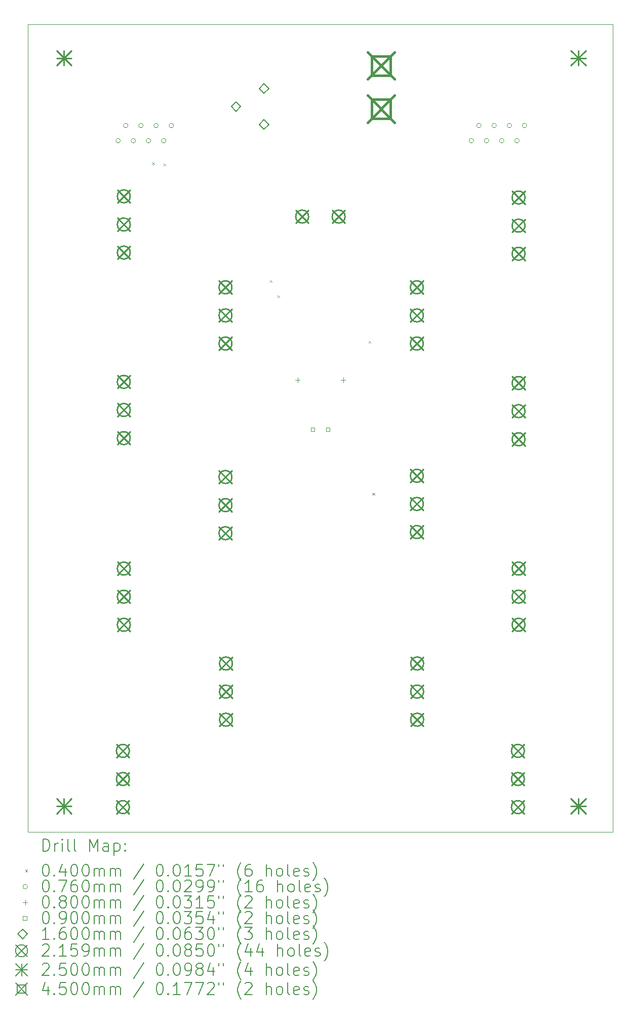
<source format=gbr>
%FSLAX45Y45*%
G04 Gerber Fmt 4.5, Leading zero omitted, Abs format (unit mm)*
G04 Created by KiCad (PCBNEW (6.0.5)) date 2023-08-20 19:57:34*
%MOMM*%
%LPD*%
G01*
G04 APERTURE LIST*
%TA.AperFunction,Profile*%
%ADD10C,0.100000*%
%TD*%
%ADD11C,0.200000*%
%ADD12C,0.040000*%
%ADD13C,0.076000*%
%ADD14C,0.080000*%
%ADD15C,0.090000*%
%ADD16C,0.160000*%
%ADD17C,0.215900*%
%ADD18C,0.250000*%
%ADD19C,0.450000*%
G04 APERTURE END LIST*
D10*
X5396000Y-3837000D02*
X15178000Y-3837000D01*
X15178000Y-3837000D02*
X15178000Y-17335500D01*
X15178000Y-17335500D02*
X5396000Y-17335500D01*
X5396000Y-17335500D02*
X5396000Y-3837000D01*
D11*
D12*
X7473000Y-6139500D02*
X7513000Y-6179500D01*
X7513000Y-6139500D02*
X7473000Y-6179500D01*
X7663500Y-6160951D02*
X7703500Y-6200951D01*
X7703500Y-6160951D02*
X7663500Y-6200951D01*
X9441500Y-8108000D02*
X9481500Y-8148000D01*
X9481500Y-8108000D02*
X9441500Y-8148000D01*
X9568500Y-8362000D02*
X9608500Y-8402000D01*
X9608500Y-8362000D02*
X9568500Y-8402000D01*
X11092500Y-9124000D02*
X11132500Y-9164000D01*
X11132500Y-9124000D02*
X11092500Y-9164000D01*
X11156000Y-11664000D02*
X11196000Y-11704000D01*
X11196000Y-11664000D02*
X11156000Y-11704000D01*
D13*
X6943250Y-5780500D02*
G75*
G03*
X6943250Y-5780500I-38000J0D01*
G01*
X7070250Y-5526500D02*
G75*
G03*
X7070250Y-5526500I-38000J0D01*
G01*
X7197250Y-5780500D02*
G75*
G03*
X7197250Y-5780500I-38000J0D01*
G01*
X7324250Y-5526500D02*
G75*
G03*
X7324250Y-5526500I-38000J0D01*
G01*
X7451250Y-5780500D02*
G75*
G03*
X7451250Y-5780500I-38000J0D01*
G01*
X7578250Y-5526500D02*
G75*
G03*
X7578250Y-5526500I-38000J0D01*
G01*
X7705250Y-5780500D02*
G75*
G03*
X7705250Y-5780500I-38000J0D01*
G01*
X7832250Y-5526500D02*
G75*
G03*
X7832250Y-5526500I-38000J0D01*
G01*
X12848750Y-5780500D02*
G75*
G03*
X12848750Y-5780500I-38000J0D01*
G01*
X12975750Y-5526500D02*
G75*
G03*
X12975750Y-5526500I-38000J0D01*
G01*
X13102750Y-5780500D02*
G75*
G03*
X13102750Y-5780500I-38000J0D01*
G01*
X13229750Y-5526500D02*
G75*
G03*
X13229750Y-5526500I-38000J0D01*
G01*
X13356750Y-5780500D02*
G75*
G03*
X13356750Y-5780500I-38000J0D01*
G01*
X13483750Y-5526500D02*
G75*
G03*
X13483750Y-5526500I-38000J0D01*
G01*
X13610750Y-5780500D02*
G75*
G03*
X13610750Y-5780500I-38000J0D01*
G01*
X13737750Y-5526500D02*
G75*
G03*
X13737750Y-5526500I-38000J0D01*
G01*
D14*
X9906000Y-9739000D02*
X9906000Y-9819000D01*
X9866000Y-9779000D02*
X9946000Y-9779000D01*
X10668000Y-9739000D02*
X10668000Y-9819000D01*
X10628000Y-9779000D02*
X10708000Y-9779000D01*
D15*
X10191320Y-10636320D02*
X10191320Y-10572680D01*
X10127680Y-10572680D01*
X10127680Y-10636320D01*
X10191320Y-10636320D01*
X10445320Y-10636320D02*
X10445320Y-10572680D01*
X10381680Y-10572680D01*
X10381680Y-10636320D01*
X10445320Y-10636320D01*
D16*
X8876000Y-5289500D02*
X8956000Y-5209500D01*
X8876000Y-5129500D01*
X8796000Y-5209500D01*
X8876000Y-5289500D01*
X9346000Y-4989500D02*
X9426000Y-4909500D01*
X9346000Y-4829500D01*
X9266000Y-4909500D01*
X9346000Y-4989500D01*
X9346000Y-5589500D02*
X9426000Y-5509500D01*
X9346000Y-5429500D01*
X9266000Y-5509500D01*
X9346000Y-5589500D01*
D17*
X6877050Y-15868650D02*
X7092950Y-16084550D01*
X7092950Y-15868650D02*
X6877050Y-16084550D01*
X7092950Y-15976600D02*
G75*
G03*
X7092950Y-15976600I-107950J0D01*
G01*
X6877050Y-16338550D02*
X7092950Y-16554450D01*
X7092950Y-16338550D02*
X6877050Y-16554450D01*
X7092950Y-16446500D02*
G75*
G03*
X7092950Y-16446500I-107950J0D01*
G01*
X6877050Y-16808450D02*
X7092950Y-17024350D01*
X7092950Y-16808450D02*
X6877050Y-17024350D01*
X7092950Y-16916400D02*
G75*
G03*
X7092950Y-16916400I-107950J0D01*
G01*
X6892050Y-6602250D02*
X7107950Y-6818150D01*
X7107950Y-6602250D02*
X6892050Y-6818150D01*
X7107950Y-6710200D02*
G75*
G03*
X7107950Y-6710200I-107950J0D01*
G01*
X6892050Y-7072150D02*
X7107950Y-7288050D01*
X7107950Y-7072150D02*
X6892050Y-7288050D01*
X7107950Y-7180100D02*
G75*
G03*
X7107950Y-7180100I-107950J0D01*
G01*
X6892050Y-7542050D02*
X7107950Y-7757950D01*
X7107950Y-7542050D02*
X6892050Y-7757950D01*
X7107950Y-7650000D02*
G75*
G03*
X7107950Y-7650000I-107950J0D01*
G01*
X6892050Y-9702250D02*
X7107950Y-9918150D01*
X7107950Y-9702250D02*
X6892050Y-9918150D01*
X7107950Y-9810200D02*
G75*
G03*
X7107950Y-9810200I-107950J0D01*
G01*
X6892050Y-10172150D02*
X7107950Y-10388050D01*
X7107950Y-10172150D02*
X6892050Y-10388050D01*
X7107950Y-10280100D02*
G75*
G03*
X7107950Y-10280100I-107950J0D01*
G01*
X6892050Y-10642050D02*
X7107950Y-10857950D01*
X7107950Y-10642050D02*
X6892050Y-10857950D01*
X7107950Y-10750000D02*
G75*
G03*
X7107950Y-10750000I-107950J0D01*
G01*
X6892050Y-12822150D02*
X7107950Y-13038050D01*
X7107950Y-12822150D02*
X6892050Y-13038050D01*
X7107950Y-12930100D02*
G75*
G03*
X7107950Y-12930100I-107950J0D01*
G01*
X6892050Y-13292050D02*
X7107950Y-13507950D01*
X7107950Y-13292050D02*
X6892050Y-13507950D01*
X7107950Y-13400000D02*
G75*
G03*
X7107950Y-13400000I-107950J0D01*
G01*
X6892050Y-13761950D02*
X7107950Y-13977850D01*
X7107950Y-13761950D02*
X6892050Y-13977850D01*
X7107950Y-13869900D02*
G75*
G03*
X7107950Y-13869900I-107950J0D01*
G01*
X8592050Y-8122150D02*
X8807950Y-8338050D01*
X8807950Y-8122150D02*
X8592050Y-8338050D01*
X8807950Y-8230100D02*
G75*
G03*
X8807950Y-8230100I-107950J0D01*
G01*
X8592050Y-8592050D02*
X8807950Y-8807950D01*
X8807950Y-8592050D02*
X8592050Y-8807950D01*
X8807950Y-8700000D02*
G75*
G03*
X8807950Y-8700000I-107950J0D01*
G01*
X8592050Y-9061950D02*
X8807950Y-9277850D01*
X8807950Y-9061950D02*
X8592050Y-9277850D01*
X8807950Y-9169900D02*
G75*
G03*
X8807950Y-9169900I-107950J0D01*
G01*
X8592050Y-11292050D02*
X8807950Y-11507950D01*
X8807950Y-11292050D02*
X8592050Y-11507950D01*
X8807950Y-11400000D02*
G75*
G03*
X8807950Y-11400000I-107950J0D01*
G01*
X8592050Y-11761950D02*
X8807950Y-11977850D01*
X8807950Y-11761950D02*
X8592050Y-11977850D01*
X8807950Y-11869900D02*
G75*
G03*
X8807950Y-11869900I-107950J0D01*
G01*
X8592050Y-12231850D02*
X8807950Y-12447750D01*
X8807950Y-12231850D02*
X8592050Y-12447750D01*
X8807950Y-12339800D02*
G75*
G03*
X8807950Y-12339800I-107950J0D01*
G01*
X8600550Y-14408150D02*
X8816450Y-14624050D01*
X8816450Y-14408150D02*
X8600550Y-14624050D01*
X8816450Y-14516100D02*
G75*
G03*
X8816450Y-14516100I-107950J0D01*
G01*
X8600550Y-14878050D02*
X8816450Y-15093950D01*
X8816450Y-14878050D02*
X8600550Y-15093950D01*
X8816450Y-14986000D02*
G75*
G03*
X8816450Y-14986000I-107950J0D01*
G01*
X8600550Y-15347950D02*
X8816450Y-15563850D01*
X8816450Y-15347950D02*
X8600550Y-15563850D01*
X8816450Y-15455900D02*
G75*
G03*
X8816450Y-15455900I-107950J0D01*
G01*
X9874250Y-6940550D02*
X10090150Y-7156450D01*
X10090150Y-6940550D02*
X9874250Y-7156450D01*
X10090150Y-7048500D02*
G75*
G03*
X10090150Y-7048500I-107950J0D01*
G01*
X10483850Y-6940550D02*
X10699750Y-7156450D01*
X10699750Y-6940550D02*
X10483850Y-7156450D01*
X10699750Y-7048500D02*
G75*
G03*
X10699750Y-7048500I-107950J0D01*
G01*
X11792050Y-8122150D02*
X12007950Y-8338050D01*
X12007950Y-8122150D02*
X11792050Y-8338050D01*
X12007950Y-8230100D02*
G75*
G03*
X12007950Y-8230100I-107950J0D01*
G01*
X11792050Y-8592050D02*
X12007950Y-8807950D01*
X12007950Y-8592050D02*
X11792050Y-8807950D01*
X12007950Y-8700000D02*
G75*
G03*
X12007950Y-8700000I-107950J0D01*
G01*
X11792050Y-9061950D02*
X12007950Y-9277850D01*
X12007950Y-9061950D02*
X11792050Y-9277850D01*
X12007950Y-9169900D02*
G75*
G03*
X12007950Y-9169900I-107950J0D01*
G01*
X11792050Y-11272150D02*
X12007950Y-11488050D01*
X12007950Y-11272150D02*
X11792050Y-11488050D01*
X12007950Y-11380100D02*
G75*
G03*
X12007950Y-11380100I-107950J0D01*
G01*
X11792050Y-11742050D02*
X12007950Y-11957950D01*
X12007950Y-11742050D02*
X11792050Y-11957950D01*
X12007950Y-11850000D02*
G75*
G03*
X12007950Y-11850000I-107950J0D01*
G01*
X11792050Y-12211950D02*
X12007950Y-12427850D01*
X12007950Y-12211950D02*
X11792050Y-12427850D01*
X12007950Y-12319900D02*
G75*
G03*
X12007950Y-12319900I-107950J0D01*
G01*
X11796550Y-14408150D02*
X12012450Y-14624050D01*
X12012450Y-14408150D02*
X11796550Y-14624050D01*
X12012450Y-14516100D02*
G75*
G03*
X12012450Y-14516100I-107950J0D01*
G01*
X11796550Y-14878050D02*
X12012450Y-15093950D01*
X12012450Y-14878050D02*
X11796550Y-15093950D01*
X12012450Y-14986000D02*
G75*
G03*
X12012450Y-14986000I-107950J0D01*
G01*
X11796550Y-15347950D02*
X12012450Y-15563850D01*
X12012450Y-15347950D02*
X11796550Y-15563850D01*
X12012450Y-15455900D02*
G75*
G03*
X12012450Y-15455900I-107950J0D01*
G01*
X13481050Y-15868650D02*
X13696950Y-16084550D01*
X13696950Y-15868650D02*
X13481050Y-16084550D01*
X13696950Y-15976600D02*
G75*
G03*
X13696950Y-15976600I-107950J0D01*
G01*
X13481050Y-16338550D02*
X13696950Y-16554450D01*
X13696950Y-16338550D02*
X13481050Y-16554450D01*
X13696950Y-16446500D02*
G75*
G03*
X13696950Y-16446500I-107950J0D01*
G01*
X13481050Y-16808450D02*
X13696950Y-17024350D01*
X13696950Y-16808450D02*
X13481050Y-17024350D01*
X13696950Y-16916400D02*
G75*
G03*
X13696950Y-16916400I-107950J0D01*
G01*
X13492050Y-6622150D02*
X13707950Y-6838050D01*
X13707950Y-6622150D02*
X13492050Y-6838050D01*
X13707950Y-6730100D02*
G75*
G03*
X13707950Y-6730100I-107950J0D01*
G01*
X13492050Y-7092050D02*
X13707950Y-7307950D01*
X13707950Y-7092050D02*
X13492050Y-7307950D01*
X13707950Y-7200000D02*
G75*
G03*
X13707950Y-7200000I-107950J0D01*
G01*
X13492050Y-7561950D02*
X13707950Y-7777850D01*
X13707950Y-7561950D02*
X13492050Y-7777850D01*
X13707950Y-7669900D02*
G75*
G03*
X13707950Y-7669900I-107950J0D01*
G01*
X13492050Y-9722150D02*
X13707950Y-9938050D01*
X13707950Y-9722150D02*
X13492050Y-9938050D01*
X13707950Y-9830100D02*
G75*
G03*
X13707950Y-9830100I-107950J0D01*
G01*
X13492050Y-10192050D02*
X13707950Y-10407950D01*
X13707950Y-10192050D02*
X13492050Y-10407950D01*
X13707950Y-10300000D02*
G75*
G03*
X13707950Y-10300000I-107950J0D01*
G01*
X13492050Y-10661950D02*
X13707950Y-10877850D01*
X13707950Y-10661950D02*
X13492050Y-10877850D01*
X13707950Y-10769900D02*
G75*
G03*
X13707950Y-10769900I-107950J0D01*
G01*
X13492050Y-12822150D02*
X13707950Y-13038050D01*
X13707950Y-12822150D02*
X13492050Y-13038050D01*
X13707950Y-12930100D02*
G75*
G03*
X13707950Y-12930100I-107950J0D01*
G01*
X13492050Y-13292050D02*
X13707950Y-13507950D01*
X13707950Y-13292050D02*
X13492050Y-13507950D01*
X13707950Y-13400000D02*
G75*
G03*
X13707950Y-13400000I-107950J0D01*
G01*
X13492050Y-13761950D02*
X13707950Y-13977850D01*
X13707950Y-13761950D02*
X13492050Y-13977850D01*
X13707950Y-13869900D02*
G75*
G03*
X13707950Y-13869900I-107950J0D01*
G01*
D18*
X5875000Y-4275000D02*
X6125000Y-4525000D01*
X6125000Y-4275000D02*
X5875000Y-4525000D01*
X6000000Y-4275000D02*
X6000000Y-4525000D01*
X5875000Y-4400000D02*
X6125000Y-4400000D01*
X5875000Y-16775000D02*
X6125000Y-17025000D01*
X6125000Y-16775000D02*
X5875000Y-17025000D01*
X6000000Y-16775000D02*
X6000000Y-17025000D01*
X5875000Y-16900000D02*
X6125000Y-16900000D01*
X14475000Y-4275000D02*
X14725000Y-4525000D01*
X14725000Y-4275000D02*
X14475000Y-4525000D01*
X14600000Y-4275000D02*
X14600000Y-4525000D01*
X14475000Y-4400000D02*
X14725000Y-4400000D01*
X14475000Y-16775000D02*
X14725000Y-17025000D01*
X14725000Y-16775000D02*
X14475000Y-17025000D01*
X14600000Y-16775000D02*
X14600000Y-17025000D01*
X14475000Y-16900000D02*
X14725000Y-16900000D01*
D19*
X11078000Y-4304500D02*
X11528000Y-4754500D01*
X11528000Y-4304500D02*
X11078000Y-4754500D01*
X11462101Y-4688601D02*
X11462101Y-4370399D01*
X11143899Y-4370399D01*
X11143899Y-4688601D01*
X11462101Y-4688601D01*
X11078000Y-5024500D02*
X11528000Y-5474500D01*
X11528000Y-5024500D02*
X11078000Y-5474500D01*
X11462101Y-5408601D02*
X11462101Y-5090399D01*
X11143899Y-5090399D01*
X11143899Y-5408601D01*
X11462101Y-5408601D01*
D11*
X5648619Y-17650976D02*
X5648619Y-17450976D01*
X5696238Y-17450976D01*
X5724809Y-17460500D01*
X5743857Y-17479548D01*
X5753381Y-17498595D01*
X5762905Y-17536690D01*
X5762905Y-17565262D01*
X5753381Y-17603357D01*
X5743857Y-17622405D01*
X5724809Y-17641452D01*
X5696238Y-17650976D01*
X5648619Y-17650976D01*
X5848619Y-17650976D02*
X5848619Y-17517643D01*
X5848619Y-17555738D02*
X5858143Y-17536690D01*
X5867667Y-17527167D01*
X5886714Y-17517643D01*
X5905762Y-17517643D01*
X5972428Y-17650976D02*
X5972428Y-17517643D01*
X5972428Y-17450976D02*
X5962905Y-17460500D01*
X5972428Y-17470024D01*
X5981952Y-17460500D01*
X5972428Y-17450976D01*
X5972428Y-17470024D01*
X6096238Y-17650976D02*
X6077190Y-17641452D01*
X6067667Y-17622405D01*
X6067667Y-17450976D01*
X6201000Y-17650976D02*
X6181952Y-17641452D01*
X6172428Y-17622405D01*
X6172428Y-17450976D01*
X6429571Y-17650976D02*
X6429571Y-17450976D01*
X6496238Y-17593833D01*
X6562905Y-17450976D01*
X6562905Y-17650976D01*
X6743857Y-17650976D02*
X6743857Y-17546214D01*
X6734333Y-17527167D01*
X6715286Y-17517643D01*
X6677190Y-17517643D01*
X6658143Y-17527167D01*
X6743857Y-17641452D02*
X6724809Y-17650976D01*
X6677190Y-17650976D01*
X6658143Y-17641452D01*
X6648619Y-17622405D01*
X6648619Y-17603357D01*
X6658143Y-17584310D01*
X6677190Y-17574786D01*
X6724809Y-17574786D01*
X6743857Y-17565262D01*
X6839095Y-17517643D02*
X6839095Y-17717643D01*
X6839095Y-17527167D02*
X6858143Y-17517643D01*
X6896238Y-17517643D01*
X6915286Y-17527167D01*
X6924809Y-17536690D01*
X6934333Y-17555738D01*
X6934333Y-17612881D01*
X6924809Y-17631929D01*
X6915286Y-17641452D01*
X6896238Y-17650976D01*
X6858143Y-17650976D01*
X6839095Y-17641452D01*
X7020048Y-17631929D02*
X7029571Y-17641452D01*
X7020048Y-17650976D01*
X7010524Y-17641452D01*
X7020048Y-17631929D01*
X7020048Y-17650976D01*
X7020048Y-17527167D02*
X7029571Y-17536690D01*
X7020048Y-17546214D01*
X7010524Y-17536690D01*
X7020048Y-17527167D01*
X7020048Y-17546214D01*
D12*
X5351000Y-17960500D02*
X5391000Y-18000500D01*
X5391000Y-17960500D02*
X5351000Y-18000500D01*
D11*
X5686714Y-17870976D02*
X5705762Y-17870976D01*
X5724809Y-17880500D01*
X5734333Y-17890024D01*
X5743857Y-17909071D01*
X5753381Y-17947167D01*
X5753381Y-17994786D01*
X5743857Y-18032881D01*
X5734333Y-18051929D01*
X5724809Y-18061452D01*
X5705762Y-18070976D01*
X5686714Y-18070976D01*
X5667667Y-18061452D01*
X5658143Y-18051929D01*
X5648619Y-18032881D01*
X5639095Y-17994786D01*
X5639095Y-17947167D01*
X5648619Y-17909071D01*
X5658143Y-17890024D01*
X5667667Y-17880500D01*
X5686714Y-17870976D01*
X5839095Y-18051929D02*
X5848619Y-18061452D01*
X5839095Y-18070976D01*
X5829571Y-18061452D01*
X5839095Y-18051929D01*
X5839095Y-18070976D01*
X6020048Y-17937643D02*
X6020048Y-18070976D01*
X5972428Y-17861452D02*
X5924809Y-18004310D01*
X6048619Y-18004310D01*
X6162905Y-17870976D02*
X6181952Y-17870976D01*
X6201000Y-17880500D01*
X6210524Y-17890024D01*
X6220048Y-17909071D01*
X6229571Y-17947167D01*
X6229571Y-17994786D01*
X6220048Y-18032881D01*
X6210524Y-18051929D01*
X6201000Y-18061452D01*
X6181952Y-18070976D01*
X6162905Y-18070976D01*
X6143857Y-18061452D01*
X6134333Y-18051929D01*
X6124809Y-18032881D01*
X6115286Y-17994786D01*
X6115286Y-17947167D01*
X6124809Y-17909071D01*
X6134333Y-17890024D01*
X6143857Y-17880500D01*
X6162905Y-17870976D01*
X6353381Y-17870976D02*
X6372428Y-17870976D01*
X6391476Y-17880500D01*
X6401000Y-17890024D01*
X6410524Y-17909071D01*
X6420048Y-17947167D01*
X6420048Y-17994786D01*
X6410524Y-18032881D01*
X6401000Y-18051929D01*
X6391476Y-18061452D01*
X6372428Y-18070976D01*
X6353381Y-18070976D01*
X6334333Y-18061452D01*
X6324809Y-18051929D01*
X6315286Y-18032881D01*
X6305762Y-17994786D01*
X6305762Y-17947167D01*
X6315286Y-17909071D01*
X6324809Y-17890024D01*
X6334333Y-17880500D01*
X6353381Y-17870976D01*
X6505762Y-18070976D02*
X6505762Y-17937643D01*
X6505762Y-17956690D02*
X6515286Y-17947167D01*
X6534333Y-17937643D01*
X6562905Y-17937643D01*
X6581952Y-17947167D01*
X6591476Y-17966214D01*
X6591476Y-18070976D01*
X6591476Y-17966214D02*
X6601000Y-17947167D01*
X6620048Y-17937643D01*
X6648619Y-17937643D01*
X6667667Y-17947167D01*
X6677190Y-17966214D01*
X6677190Y-18070976D01*
X6772428Y-18070976D02*
X6772428Y-17937643D01*
X6772428Y-17956690D02*
X6781952Y-17947167D01*
X6801000Y-17937643D01*
X6829571Y-17937643D01*
X6848619Y-17947167D01*
X6858143Y-17966214D01*
X6858143Y-18070976D01*
X6858143Y-17966214D02*
X6867667Y-17947167D01*
X6886714Y-17937643D01*
X6915286Y-17937643D01*
X6934333Y-17947167D01*
X6943857Y-17966214D01*
X6943857Y-18070976D01*
X7334333Y-17861452D02*
X7162905Y-18118595D01*
X7591476Y-17870976D02*
X7610524Y-17870976D01*
X7629571Y-17880500D01*
X7639095Y-17890024D01*
X7648619Y-17909071D01*
X7658143Y-17947167D01*
X7658143Y-17994786D01*
X7648619Y-18032881D01*
X7639095Y-18051929D01*
X7629571Y-18061452D01*
X7610524Y-18070976D01*
X7591476Y-18070976D01*
X7572428Y-18061452D01*
X7562905Y-18051929D01*
X7553381Y-18032881D01*
X7543857Y-17994786D01*
X7543857Y-17947167D01*
X7553381Y-17909071D01*
X7562905Y-17890024D01*
X7572428Y-17880500D01*
X7591476Y-17870976D01*
X7743857Y-18051929D02*
X7753381Y-18061452D01*
X7743857Y-18070976D01*
X7734333Y-18061452D01*
X7743857Y-18051929D01*
X7743857Y-18070976D01*
X7877190Y-17870976D02*
X7896238Y-17870976D01*
X7915286Y-17880500D01*
X7924809Y-17890024D01*
X7934333Y-17909071D01*
X7943857Y-17947167D01*
X7943857Y-17994786D01*
X7934333Y-18032881D01*
X7924809Y-18051929D01*
X7915286Y-18061452D01*
X7896238Y-18070976D01*
X7877190Y-18070976D01*
X7858143Y-18061452D01*
X7848619Y-18051929D01*
X7839095Y-18032881D01*
X7829571Y-17994786D01*
X7829571Y-17947167D01*
X7839095Y-17909071D01*
X7848619Y-17890024D01*
X7858143Y-17880500D01*
X7877190Y-17870976D01*
X8134333Y-18070976D02*
X8020048Y-18070976D01*
X8077190Y-18070976D02*
X8077190Y-17870976D01*
X8058143Y-17899548D01*
X8039095Y-17918595D01*
X8020048Y-17928119D01*
X8315286Y-17870976D02*
X8220048Y-17870976D01*
X8210524Y-17966214D01*
X8220048Y-17956690D01*
X8239095Y-17947167D01*
X8286714Y-17947167D01*
X8305762Y-17956690D01*
X8315286Y-17966214D01*
X8324809Y-17985262D01*
X8324809Y-18032881D01*
X8315286Y-18051929D01*
X8305762Y-18061452D01*
X8286714Y-18070976D01*
X8239095Y-18070976D01*
X8220048Y-18061452D01*
X8210524Y-18051929D01*
X8391476Y-17870976D02*
X8524810Y-17870976D01*
X8439095Y-18070976D01*
X8591476Y-17870976D02*
X8591476Y-17909071D01*
X8667667Y-17870976D02*
X8667667Y-17909071D01*
X8962905Y-18147167D02*
X8953381Y-18137643D01*
X8934333Y-18109071D01*
X8924810Y-18090024D01*
X8915286Y-18061452D01*
X8905762Y-18013833D01*
X8905762Y-17975738D01*
X8915286Y-17928119D01*
X8924810Y-17899548D01*
X8934333Y-17880500D01*
X8953381Y-17851929D01*
X8962905Y-17842405D01*
X9124810Y-17870976D02*
X9086714Y-17870976D01*
X9067667Y-17880500D01*
X9058143Y-17890024D01*
X9039095Y-17918595D01*
X9029571Y-17956690D01*
X9029571Y-18032881D01*
X9039095Y-18051929D01*
X9048619Y-18061452D01*
X9067667Y-18070976D01*
X9105762Y-18070976D01*
X9124810Y-18061452D01*
X9134333Y-18051929D01*
X9143857Y-18032881D01*
X9143857Y-17985262D01*
X9134333Y-17966214D01*
X9124810Y-17956690D01*
X9105762Y-17947167D01*
X9067667Y-17947167D01*
X9048619Y-17956690D01*
X9039095Y-17966214D01*
X9029571Y-17985262D01*
X9381952Y-18070976D02*
X9381952Y-17870976D01*
X9467667Y-18070976D02*
X9467667Y-17966214D01*
X9458143Y-17947167D01*
X9439095Y-17937643D01*
X9410524Y-17937643D01*
X9391476Y-17947167D01*
X9381952Y-17956690D01*
X9591476Y-18070976D02*
X9572429Y-18061452D01*
X9562905Y-18051929D01*
X9553381Y-18032881D01*
X9553381Y-17975738D01*
X9562905Y-17956690D01*
X9572429Y-17947167D01*
X9591476Y-17937643D01*
X9620048Y-17937643D01*
X9639095Y-17947167D01*
X9648619Y-17956690D01*
X9658143Y-17975738D01*
X9658143Y-18032881D01*
X9648619Y-18051929D01*
X9639095Y-18061452D01*
X9620048Y-18070976D01*
X9591476Y-18070976D01*
X9772429Y-18070976D02*
X9753381Y-18061452D01*
X9743857Y-18042405D01*
X9743857Y-17870976D01*
X9924810Y-18061452D02*
X9905762Y-18070976D01*
X9867667Y-18070976D01*
X9848619Y-18061452D01*
X9839095Y-18042405D01*
X9839095Y-17966214D01*
X9848619Y-17947167D01*
X9867667Y-17937643D01*
X9905762Y-17937643D01*
X9924810Y-17947167D01*
X9934333Y-17966214D01*
X9934333Y-17985262D01*
X9839095Y-18004310D01*
X10010524Y-18061452D02*
X10029571Y-18070976D01*
X10067667Y-18070976D01*
X10086714Y-18061452D01*
X10096238Y-18042405D01*
X10096238Y-18032881D01*
X10086714Y-18013833D01*
X10067667Y-18004310D01*
X10039095Y-18004310D01*
X10020048Y-17994786D01*
X10010524Y-17975738D01*
X10010524Y-17966214D01*
X10020048Y-17947167D01*
X10039095Y-17937643D01*
X10067667Y-17937643D01*
X10086714Y-17947167D01*
X10162905Y-18147167D02*
X10172429Y-18137643D01*
X10191476Y-18109071D01*
X10201000Y-18090024D01*
X10210524Y-18061452D01*
X10220048Y-18013833D01*
X10220048Y-17975738D01*
X10210524Y-17928119D01*
X10201000Y-17899548D01*
X10191476Y-17880500D01*
X10172429Y-17851929D01*
X10162905Y-17842405D01*
D13*
X5391000Y-18244500D02*
G75*
G03*
X5391000Y-18244500I-38000J0D01*
G01*
D11*
X5686714Y-18134976D02*
X5705762Y-18134976D01*
X5724809Y-18144500D01*
X5734333Y-18154024D01*
X5743857Y-18173071D01*
X5753381Y-18211167D01*
X5753381Y-18258786D01*
X5743857Y-18296881D01*
X5734333Y-18315929D01*
X5724809Y-18325452D01*
X5705762Y-18334976D01*
X5686714Y-18334976D01*
X5667667Y-18325452D01*
X5658143Y-18315929D01*
X5648619Y-18296881D01*
X5639095Y-18258786D01*
X5639095Y-18211167D01*
X5648619Y-18173071D01*
X5658143Y-18154024D01*
X5667667Y-18144500D01*
X5686714Y-18134976D01*
X5839095Y-18315929D02*
X5848619Y-18325452D01*
X5839095Y-18334976D01*
X5829571Y-18325452D01*
X5839095Y-18315929D01*
X5839095Y-18334976D01*
X5915286Y-18134976D02*
X6048619Y-18134976D01*
X5962905Y-18334976D01*
X6210524Y-18134976D02*
X6172428Y-18134976D01*
X6153381Y-18144500D01*
X6143857Y-18154024D01*
X6124809Y-18182595D01*
X6115286Y-18220690D01*
X6115286Y-18296881D01*
X6124809Y-18315929D01*
X6134333Y-18325452D01*
X6153381Y-18334976D01*
X6191476Y-18334976D01*
X6210524Y-18325452D01*
X6220048Y-18315929D01*
X6229571Y-18296881D01*
X6229571Y-18249262D01*
X6220048Y-18230214D01*
X6210524Y-18220690D01*
X6191476Y-18211167D01*
X6153381Y-18211167D01*
X6134333Y-18220690D01*
X6124809Y-18230214D01*
X6115286Y-18249262D01*
X6353381Y-18134976D02*
X6372428Y-18134976D01*
X6391476Y-18144500D01*
X6401000Y-18154024D01*
X6410524Y-18173071D01*
X6420048Y-18211167D01*
X6420048Y-18258786D01*
X6410524Y-18296881D01*
X6401000Y-18315929D01*
X6391476Y-18325452D01*
X6372428Y-18334976D01*
X6353381Y-18334976D01*
X6334333Y-18325452D01*
X6324809Y-18315929D01*
X6315286Y-18296881D01*
X6305762Y-18258786D01*
X6305762Y-18211167D01*
X6315286Y-18173071D01*
X6324809Y-18154024D01*
X6334333Y-18144500D01*
X6353381Y-18134976D01*
X6505762Y-18334976D02*
X6505762Y-18201643D01*
X6505762Y-18220690D02*
X6515286Y-18211167D01*
X6534333Y-18201643D01*
X6562905Y-18201643D01*
X6581952Y-18211167D01*
X6591476Y-18230214D01*
X6591476Y-18334976D01*
X6591476Y-18230214D02*
X6601000Y-18211167D01*
X6620048Y-18201643D01*
X6648619Y-18201643D01*
X6667667Y-18211167D01*
X6677190Y-18230214D01*
X6677190Y-18334976D01*
X6772428Y-18334976D02*
X6772428Y-18201643D01*
X6772428Y-18220690D02*
X6781952Y-18211167D01*
X6801000Y-18201643D01*
X6829571Y-18201643D01*
X6848619Y-18211167D01*
X6858143Y-18230214D01*
X6858143Y-18334976D01*
X6858143Y-18230214D02*
X6867667Y-18211167D01*
X6886714Y-18201643D01*
X6915286Y-18201643D01*
X6934333Y-18211167D01*
X6943857Y-18230214D01*
X6943857Y-18334976D01*
X7334333Y-18125452D02*
X7162905Y-18382595D01*
X7591476Y-18134976D02*
X7610524Y-18134976D01*
X7629571Y-18144500D01*
X7639095Y-18154024D01*
X7648619Y-18173071D01*
X7658143Y-18211167D01*
X7658143Y-18258786D01*
X7648619Y-18296881D01*
X7639095Y-18315929D01*
X7629571Y-18325452D01*
X7610524Y-18334976D01*
X7591476Y-18334976D01*
X7572428Y-18325452D01*
X7562905Y-18315929D01*
X7553381Y-18296881D01*
X7543857Y-18258786D01*
X7543857Y-18211167D01*
X7553381Y-18173071D01*
X7562905Y-18154024D01*
X7572428Y-18144500D01*
X7591476Y-18134976D01*
X7743857Y-18315929D02*
X7753381Y-18325452D01*
X7743857Y-18334976D01*
X7734333Y-18325452D01*
X7743857Y-18315929D01*
X7743857Y-18334976D01*
X7877190Y-18134976D02*
X7896238Y-18134976D01*
X7915286Y-18144500D01*
X7924809Y-18154024D01*
X7934333Y-18173071D01*
X7943857Y-18211167D01*
X7943857Y-18258786D01*
X7934333Y-18296881D01*
X7924809Y-18315929D01*
X7915286Y-18325452D01*
X7896238Y-18334976D01*
X7877190Y-18334976D01*
X7858143Y-18325452D01*
X7848619Y-18315929D01*
X7839095Y-18296881D01*
X7829571Y-18258786D01*
X7829571Y-18211167D01*
X7839095Y-18173071D01*
X7848619Y-18154024D01*
X7858143Y-18144500D01*
X7877190Y-18134976D01*
X8020048Y-18154024D02*
X8029571Y-18144500D01*
X8048619Y-18134976D01*
X8096238Y-18134976D01*
X8115286Y-18144500D01*
X8124809Y-18154024D01*
X8134333Y-18173071D01*
X8134333Y-18192119D01*
X8124809Y-18220690D01*
X8010524Y-18334976D01*
X8134333Y-18334976D01*
X8229571Y-18334976D02*
X8267667Y-18334976D01*
X8286714Y-18325452D01*
X8296238Y-18315929D01*
X8315286Y-18287357D01*
X8324809Y-18249262D01*
X8324809Y-18173071D01*
X8315286Y-18154024D01*
X8305762Y-18144500D01*
X8286714Y-18134976D01*
X8248619Y-18134976D01*
X8229571Y-18144500D01*
X8220048Y-18154024D01*
X8210524Y-18173071D01*
X8210524Y-18220690D01*
X8220048Y-18239738D01*
X8229571Y-18249262D01*
X8248619Y-18258786D01*
X8286714Y-18258786D01*
X8305762Y-18249262D01*
X8315286Y-18239738D01*
X8324809Y-18220690D01*
X8420048Y-18334976D02*
X8458143Y-18334976D01*
X8477190Y-18325452D01*
X8486714Y-18315929D01*
X8505762Y-18287357D01*
X8515286Y-18249262D01*
X8515286Y-18173071D01*
X8505762Y-18154024D01*
X8496238Y-18144500D01*
X8477190Y-18134976D01*
X8439095Y-18134976D01*
X8420048Y-18144500D01*
X8410524Y-18154024D01*
X8401000Y-18173071D01*
X8401000Y-18220690D01*
X8410524Y-18239738D01*
X8420048Y-18249262D01*
X8439095Y-18258786D01*
X8477190Y-18258786D01*
X8496238Y-18249262D01*
X8505762Y-18239738D01*
X8515286Y-18220690D01*
X8591476Y-18134976D02*
X8591476Y-18173071D01*
X8667667Y-18134976D02*
X8667667Y-18173071D01*
X8962905Y-18411167D02*
X8953381Y-18401643D01*
X8934333Y-18373071D01*
X8924810Y-18354024D01*
X8915286Y-18325452D01*
X8905762Y-18277833D01*
X8905762Y-18239738D01*
X8915286Y-18192119D01*
X8924810Y-18163548D01*
X8934333Y-18144500D01*
X8953381Y-18115929D01*
X8962905Y-18106405D01*
X9143857Y-18334976D02*
X9029571Y-18334976D01*
X9086714Y-18334976D02*
X9086714Y-18134976D01*
X9067667Y-18163548D01*
X9048619Y-18182595D01*
X9029571Y-18192119D01*
X9315286Y-18134976D02*
X9277190Y-18134976D01*
X9258143Y-18144500D01*
X9248619Y-18154024D01*
X9229571Y-18182595D01*
X9220048Y-18220690D01*
X9220048Y-18296881D01*
X9229571Y-18315929D01*
X9239095Y-18325452D01*
X9258143Y-18334976D01*
X9296238Y-18334976D01*
X9315286Y-18325452D01*
X9324810Y-18315929D01*
X9334333Y-18296881D01*
X9334333Y-18249262D01*
X9324810Y-18230214D01*
X9315286Y-18220690D01*
X9296238Y-18211167D01*
X9258143Y-18211167D01*
X9239095Y-18220690D01*
X9229571Y-18230214D01*
X9220048Y-18249262D01*
X9572429Y-18334976D02*
X9572429Y-18134976D01*
X9658143Y-18334976D02*
X9658143Y-18230214D01*
X9648619Y-18211167D01*
X9629571Y-18201643D01*
X9601000Y-18201643D01*
X9581952Y-18211167D01*
X9572429Y-18220690D01*
X9781952Y-18334976D02*
X9762905Y-18325452D01*
X9753381Y-18315929D01*
X9743857Y-18296881D01*
X9743857Y-18239738D01*
X9753381Y-18220690D01*
X9762905Y-18211167D01*
X9781952Y-18201643D01*
X9810524Y-18201643D01*
X9829571Y-18211167D01*
X9839095Y-18220690D01*
X9848619Y-18239738D01*
X9848619Y-18296881D01*
X9839095Y-18315929D01*
X9829571Y-18325452D01*
X9810524Y-18334976D01*
X9781952Y-18334976D01*
X9962905Y-18334976D02*
X9943857Y-18325452D01*
X9934333Y-18306405D01*
X9934333Y-18134976D01*
X10115286Y-18325452D02*
X10096238Y-18334976D01*
X10058143Y-18334976D01*
X10039095Y-18325452D01*
X10029571Y-18306405D01*
X10029571Y-18230214D01*
X10039095Y-18211167D01*
X10058143Y-18201643D01*
X10096238Y-18201643D01*
X10115286Y-18211167D01*
X10124810Y-18230214D01*
X10124810Y-18249262D01*
X10029571Y-18268310D01*
X10201000Y-18325452D02*
X10220048Y-18334976D01*
X10258143Y-18334976D01*
X10277190Y-18325452D01*
X10286714Y-18306405D01*
X10286714Y-18296881D01*
X10277190Y-18277833D01*
X10258143Y-18268310D01*
X10229571Y-18268310D01*
X10210524Y-18258786D01*
X10201000Y-18239738D01*
X10201000Y-18230214D01*
X10210524Y-18211167D01*
X10229571Y-18201643D01*
X10258143Y-18201643D01*
X10277190Y-18211167D01*
X10353381Y-18411167D02*
X10362905Y-18401643D01*
X10381952Y-18373071D01*
X10391476Y-18354024D01*
X10401000Y-18325452D01*
X10410524Y-18277833D01*
X10410524Y-18239738D01*
X10401000Y-18192119D01*
X10391476Y-18163548D01*
X10381952Y-18144500D01*
X10362905Y-18115929D01*
X10353381Y-18106405D01*
D14*
X5351000Y-18468500D02*
X5351000Y-18548500D01*
X5311000Y-18508500D02*
X5391000Y-18508500D01*
D11*
X5686714Y-18398976D02*
X5705762Y-18398976D01*
X5724809Y-18408500D01*
X5734333Y-18418024D01*
X5743857Y-18437071D01*
X5753381Y-18475167D01*
X5753381Y-18522786D01*
X5743857Y-18560881D01*
X5734333Y-18579929D01*
X5724809Y-18589452D01*
X5705762Y-18598976D01*
X5686714Y-18598976D01*
X5667667Y-18589452D01*
X5658143Y-18579929D01*
X5648619Y-18560881D01*
X5639095Y-18522786D01*
X5639095Y-18475167D01*
X5648619Y-18437071D01*
X5658143Y-18418024D01*
X5667667Y-18408500D01*
X5686714Y-18398976D01*
X5839095Y-18579929D02*
X5848619Y-18589452D01*
X5839095Y-18598976D01*
X5829571Y-18589452D01*
X5839095Y-18579929D01*
X5839095Y-18598976D01*
X5962905Y-18484690D02*
X5943857Y-18475167D01*
X5934333Y-18465643D01*
X5924809Y-18446595D01*
X5924809Y-18437071D01*
X5934333Y-18418024D01*
X5943857Y-18408500D01*
X5962905Y-18398976D01*
X6001000Y-18398976D01*
X6020048Y-18408500D01*
X6029571Y-18418024D01*
X6039095Y-18437071D01*
X6039095Y-18446595D01*
X6029571Y-18465643D01*
X6020048Y-18475167D01*
X6001000Y-18484690D01*
X5962905Y-18484690D01*
X5943857Y-18494214D01*
X5934333Y-18503738D01*
X5924809Y-18522786D01*
X5924809Y-18560881D01*
X5934333Y-18579929D01*
X5943857Y-18589452D01*
X5962905Y-18598976D01*
X6001000Y-18598976D01*
X6020048Y-18589452D01*
X6029571Y-18579929D01*
X6039095Y-18560881D01*
X6039095Y-18522786D01*
X6029571Y-18503738D01*
X6020048Y-18494214D01*
X6001000Y-18484690D01*
X6162905Y-18398976D02*
X6181952Y-18398976D01*
X6201000Y-18408500D01*
X6210524Y-18418024D01*
X6220048Y-18437071D01*
X6229571Y-18475167D01*
X6229571Y-18522786D01*
X6220048Y-18560881D01*
X6210524Y-18579929D01*
X6201000Y-18589452D01*
X6181952Y-18598976D01*
X6162905Y-18598976D01*
X6143857Y-18589452D01*
X6134333Y-18579929D01*
X6124809Y-18560881D01*
X6115286Y-18522786D01*
X6115286Y-18475167D01*
X6124809Y-18437071D01*
X6134333Y-18418024D01*
X6143857Y-18408500D01*
X6162905Y-18398976D01*
X6353381Y-18398976D02*
X6372428Y-18398976D01*
X6391476Y-18408500D01*
X6401000Y-18418024D01*
X6410524Y-18437071D01*
X6420048Y-18475167D01*
X6420048Y-18522786D01*
X6410524Y-18560881D01*
X6401000Y-18579929D01*
X6391476Y-18589452D01*
X6372428Y-18598976D01*
X6353381Y-18598976D01*
X6334333Y-18589452D01*
X6324809Y-18579929D01*
X6315286Y-18560881D01*
X6305762Y-18522786D01*
X6305762Y-18475167D01*
X6315286Y-18437071D01*
X6324809Y-18418024D01*
X6334333Y-18408500D01*
X6353381Y-18398976D01*
X6505762Y-18598976D02*
X6505762Y-18465643D01*
X6505762Y-18484690D02*
X6515286Y-18475167D01*
X6534333Y-18465643D01*
X6562905Y-18465643D01*
X6581952Y-18475167D01*
X6591476Y-18494214D01*
X6591476Y-18598976D01*
X6591476Y-18494214D02*
X6601000Y-18475167D01*
X6620048Y-18465643D01*
X6648619Y-18465643D01*
X6667667Y-18475167D01*
X6677190Y-18494214D01*
X6677190Y-18598976D01*
X6772428Y-18598976D02*
X6772428Y-18465643D01*
X6772428Y-18484690D02*
X6781952Y-18475167D01*
X6801000Y-18465643D01*
X6829571Y-18465643D01*
X6848619Y-18475167D01*
X6858143Y-18494214D01*
X6858143Y-18598976D01*
X6858143Y-18494214D02*
X6867667Y-18475167D01*
X6886714Y-18465643D01*
X6915286Y-18465643D01*
X6934333Y-18475167D01*
X6943857Y-18494214D01*
X6943857Y-18598976D01*
X7334333Y-18389452D02*
X7162905Y-18646595D01*
X7591476Y-18398976D02*
X7610524Y-18398976D01*
X7629571Y-18408500D01*
X7639095Y-18418024D01*
X7648619Y-18437071D01*
X7658143Y-18475167D01*
X7658143Y-18522786D01*
X7648619Y-18560881D01*
X7639095Y-18579929D01*
X7629571Y-18589452D01*
X7610524Y-18598976D01*
X7591476Y-18598976D01*
X7572428Y-18589452D01*
X7562905Y-18579929D01*
X7553381Y-18560881D01*
X7543857Y-18522786D01*
X7543857Y-18475167D01*
X7553381Y-18437071D01*
X7562905Y-18418024D01*
X7572428Y-18408500D01*
X7591476Y-18398976D01*
X7743857Y-18579929D02*
X7753381Y-18589452D01*
X7743857Y-18598976D01*
X7734333Y-18589452D01*
X7743857Y-18579929D01*
X7743857Y-18598976D01*
X7877190Y-18398976D02*
X7896238Y-18398976D01*
X7915286Y-18408500D01*
X7924809Y-18418024D01*
X7934333Y-18437071D01*
X7943857Y-18475167D01*
X7943857Y-18522786D01*
X7934333Y-18560881D01*
X7924809Y-18579929D01*
X7915286Y-18589452D01*
X7896238Y-18598976D01*
X7877190Y-18598976D01*
X7858143Y-18589452D01*
X7848619Y-18579929D01*
X7839095Y-18560881D01*
X7829571Y-18522786D01*
X7829571Y-18475167D01*
X7839095Y-18437071D01*
X7848619Y-18418024D01*
X7858143Y-18408500D01*
X7877190Y-18398976D01*
X8010524Y-18398976D02*
X8134333Y-18398976D01*
X8067667Y-18475167D01*
X8096238Y-18475167D01*
X8115286Y-18484690D01*
X8124809Y-18494214D01*
X8134333Y-18513262D01*
X8134333Y-18560881D01*
X8124809Y-18579929D01*
X8115286Y-18589452D01*
X8096238Y-18598976D01*
X8039095Y-18598976D01*
X8020048Y-18589452D01*
X8010524Y-18579929D01*
X8324809Y-18598976D02*
X8210524Y-18598976D01*
X8267667Y-18598976D02*
X8267667Y-18398976D01*
X8248619Y-18427548D01*
X8229571Y-18446595D01*
X8210524Y-18456119D01*
X8505762Y-18398976D02*
X8410524Y-18398976D01*
X8401000Y-18494214D01*
X8410524Y-18484690D01*
X8429571Y-18475167D01*
X8477190Y-18475167D01*
X8496238Y-18484690D01*
X8505762Y-18494214D01*
X8515286Y-18513262D01*
X8515286Y-18560881D01*
X8505762Y-18579929D01*
X8496238Y-18589452D01*
X8477190Y-18598976D01*
X8429571Y-18598976D01*
X8410524Y-18589452D01*
X8401000Y-18579929D01*
X8591476Y-18398976D02*
X8591476Y-18437071D01*
X8667667Y-18398976D02*
X8667667Y-18437071D01*
X8962905Y-18675167D02*
X8953381Y-18665643D01*
X8934333Y-18637071D01*
X8924810Y-18618024D01*
X8915286Y-18589452D01*
X8905762Y-18541833D01*
X8905762Y-18503738D01*
X8915286Y-18456119D01*
X8924810Y-18427548D01*
X8934333Y-18408500D01*
X8953381Y-18379929D01*
X8962905Y-18370405D01*
X9029571Y-18418024D02*
X9039095Y-18408500D01*
X9058143Y-18398976D01*
X9105762Y-18398976D01*
X9124810Y-18408500D01*
X9134333Y-18418024D01*
X9143857Y-18437071D01*
X9143857Y-18456119D01*
X9134333Y-18484690D01*
X9020048Y-18598976D01*
X9143857Y-18598976D01*
X9381952Y-18598976D02*
X9381952Y-18398976D01*
X9467667Y-18598976D02*
X9467667Y-18494214D01*
X9458143Y-18475167D01*
X9439095Y-18465643D01*
X9410524Y-18465643D01*
X9391476Y-18475167D01*
X9381952Y-18484690D01*
X9591476Y-18598976D02*
X9572429Y-18589452D01*
X9562905Y-18579929D01*
X9553381Y-18560881D01*
X9553381Y-18503738D01*
X9562905Y-18484690D01*
X9572429Y-18475167D01*
X9591476Y-18465643D01*
X9620048Y-18465643D01*
X9639095Y-18475167D01*
X9648619Y-18484690D01*
X9658143Y-18503738D01*
X9658143Y-18560881D01*
X9648619Y-18579929D01*
X9639095Y-18589452D01*
X9620048Y-18598976D01*
X9591476Y-18598976D01*
X9772429Y-18598976D02*
X9753381Y-18589452D01*
X9743857Y-18570405D01*
X9743857Y-18398976D01*
X9924810Y-18589452D02*
X9905762Y-18598976D01*
X9867667Y-18598976D01*
X9848619Y-18589452D01*
X9839095Y-18570405D01*
X9839095Y-18494214D01*
X9848619Y-18475167D01*
X9867667Y-18465643D01*
X9905762Y-18465643D01*
X9924810Y-18475167D01*
X9934333Y-18494214D01*
X9934333Y-18513262D01*
X9839095Y-18532310D01*
X10010524Y-18589452D02*
X10029571Y-18598976D01*
X10067667Y-18598976D01*
X10086714Y-18589452D01*
X10096238Y-18570405D01*
X10096238Y-18560881D01*
X10086714Y-18541833D01*
X10067667Y-18532310D01*
X10039095Y-18532310D01*
X10020048Y-18522786D01*
X10010524Y-18503738D01*
X10010524Y-18494214D01*
X10020048Y-18475167D01*
X10039095Y-18465643D01*
X10067667Y-18465643D01*
X10086714Y-18475167D01*
X10162905Y-18675167D02*
X10172429Y-18665643D01*
X10191476Y-18637071D01*
X10201000Y-18618024D01*
X10210524Y-18589452D01*
X10220048Y-18541833D01*
X10220048Y-18503738D01*
X10210524Y-18456119D01*
X10201000Y-18427548D01*
X10191476Y-18408500D01*
X10172429Y-18379929D01*
X10162905Y-18370405D01*
D15*
X5377820Y-18804320D02*
X5377820Y-18740680D01*
X5314180Y-18740680D01*
X5314180Y-18804320D01*
X5377820Y-18804320D01*
D11*
X5686714Y-18662976D02*
X5705762Y-18662976D01*
X5724809Y-18672500D01*
X5734333Y-18682024D01*
X5743857Y-18701071D01*
X5753381Y-18739167D01*
X5753381Y-18786786D01*
X5743857Y-18824881D01*
X5734333Y-18843929D01*
X5724809Y-18853452D01*
X5705762Y-18862976D01*
X5686714Y-18862976D01*
X5667667Y-18853452D01*
X5658143Y-18843929D01*
X5648619Y-18824881D01*
X5639095Y-18786786D01*
X5639095Y-18739167D01*
X5648619Y-18701071D01*
X5658143Y-18682024D01*
X5667667Y-18672500D01*
X5686714Y-18662976D01*
X5839095Y-18843929D02*
X5848619Y-18853452D01*
X5839095Y-18862976D01*
X5829571Y-18853452D01*
X5839095Y-18843929D01*
X5839095Y-18862976D01*
X5943857Y-18862976D02*
X5981952Y-18862976D01*
X6001000Y-18853452D01*
X6010524Y-18843929D01*
X6029571Y-18815357D01*
X6039095Y-18777262D01*
X6039095Y-18701071D01*
X6029571Y-18682024D01*
X6020048Y-18672500D01*
X6001000Y-18662976D01*
X5962905Y-18662976D01*
X5943857Y-18672500D01*
X5934333Y-18682024D01*
X5924809Y-18701071D01*
X5924809Y-18748690D01*
X5934333Y-18767738D01*
X5943857Y-18777262D01*
X5962905Y-18786786D01*
X6001000Y-18786786D01*
X6020048Y-18777262D01*
X6029571Y-18767738D01*
X6039095Y-18748690D01*
X6162905Y-18662976D02*
X6181952Y-18662976D01*
X6201000Y-18672500D01*
X6210524Y-18682024D01*
X6220048Y-18701071D01*
X6229571Y-18739167D01*
X6229571Y-18786786D01*
X6220048Y-18824881D01*
X6210524Y-18843929D01*
X6201000Y-18853452D01*
X6181952Y-18862976D01*
X6162905Y-18862976D01*
X6143857Y-18853452D01*
X6134333Y-18843929D01*
X6124809Y-18824881D01*
X6115286Y-18786786D01*
X6115286Y-18739167D01*
X6124809Y-18701071D01*
X6134333Y-18682024D01*
X6143857Y-18672500D01*
X6162905Y-18662976D01*
X6353381Y-18662976D02*
X6372428Y-18662976D01*
X6391476Y-18672500D01*
X6401000Y-18682024D01*
X6410524Y-18701071D01*
X6420048Y-18739167D01*
X6420048Y-18786786D01*
X6410524Y-18824881D01*
X6401000Y-18843929D01*
X6391476Y-18853452D01*
X6372428Y-18862976D01*
X6353381Y-18862976D01*
X6334333Y-18853452D01*
X6324809Y-18843929D01*
X6315286Y-18824881D01*
X6305762Y-18786786D01*
X6305762Y-18739167D01*
X6315286Y-18701071D01*
X6324809Y-18682024D01*
X6334333Y-18672500D01*
X6353381Y-18662976D01*
X6505762Y-18862976D02*
X6505762Y-18729643D01*
X6505762Y-18748690D02*
X6515286Y-18739167D01*
X6534333Y-18729643D01*
X6562905Y-18729643D01*
X6581952Y-18739167D01*
X6591476Y-18758214D01*
X6591476Y-18862976D01*
X6591476Y-18758214D02*
X6601000Y-18739167D01*
X6620048Y-18729643D01*
X6648619Y-18729643D01*
X6667667Y-18739167D01*
X6677190Y-18758214D01*
X6677190Y-18862976D01*
X6772428Y-18862976D02*
X6772428Y-18729643D01*
X6772428Y-18748690D02*
X6781952Y-18739167D01*
X6801000Y-18729643D01*
X6829571Y-18729643D01*
X6848619Y-18739167D01*
X6858143Y-18758214D01*
X6858143Y-18862976D01*
X6858143Y-18758214D02*
X6867667Y-18739167D01*
X6886714Y-18729643D01*
X6915286Y-18729643D01*
X6934333Y-18739167D01*
X6943857Y-18758214D01*
X6943857Y-18862976D01*
X7334333Y-18653452D02*
X7162905Y-18910595D01*
X7591476Y-18662976D02*
X7610524Y-18662976D01*
X7629571Y-18672500D01*
X7639095Y-18682024D01*
X7648619Y-18701071D01*
X7658143Y-18739167D01*
X7658143Y-18786786D01*
X7648619Y-18824881D01*
X7639095Y-18843929D01*
X7629571Y-18853452D01*
X7610524Y-18862976D01*
X7591476Y-18862976D01*
X7572428Y-18853452D01*
X7562905Y-18843929D01*
X7553381Y-18824881D01*
X7543857Y-18786786D01*
X7543857Y-18739167D01*
X7553381Y-18701071D01*
X7562905Y-18682024D01*
X7572428Y-18672500D01*
X7591476Y-18662976D01*
X7743857Y-18843929D02*
X7753381Y-18853452D01*
X7743857Y-18862976D01*
X7734333Y-18853452D01*
X7743857Y-18843929D01*
X7743857Y-18862976D01*
X7877190Y-18662976D02*
X7896238Y-18662976D01*
X7915286Y-18672500D01*
X7924809Y-18682024D01*
X7934333Y-18701071D01*
X7943857Y-18739167D01*
X7943857Y-18786786D01*
X7934333Y-18824881D01*
X7924809Y-18843929D01*
X7915286Y-18853452D01*
X7896238Y-18862976D01*
X7877190Y-18862976D01*
X7858143Y-18853452D01*
X7848619Y-18843929D01*
X7839095Y-18824881D01*
X7829571Y-18786786D01*
X7829571Y-18739167D01*
X7839095Y-18701071D01*
X7848619Y-18682024D01*
X7858143Y-18672500D01*
X7877190Y-18662976D01*
X8010524Y-18662976D02*
X8134333Y-18662976D01*
X8067667Y-18739167D01*
X8096238Y-18739167D01*
X8115286Y-18748690D01*
X8124809Y-18758214D01*
X8134333Y-18777262D01*
X8134333Y-18824881D01*
X8124809Y-18843929D01*
X8115286Y-18853452D01*
X8096238Y-18862976D01*
X8039095Y-18862976D01*
X8020048Y-18853452D01*
X8010524Y-18843929D01*
X8315286Y-18662976D02*
X8220048Y-18662976D01*
X8210524Y-18758214D01*
X8220048Y-18748690D01*
X8239095Y-18739167D01*
X8286714Y-18739167D01*
X8305762Y-18748690D01*
X8315286Y-18758214D01*
X8324809Y-18777262D01*
X8324809Y-18824881D01*
X8315286Y-18843929D01*
X8305762Y-18853452D01*
X8286714Y-18862976D01*
X8239095Y-18862976D01*
X8220048Y-18853452D01*
X8210524Y-18843929D01*
X8496238Y-18729643D02*
X8496238Y-18862976D01*
X8448619Y-18653452D02*
X8401000Y-18796310D01*
X8524810Y-18796310D01*
X8591476Y-18662976D02*
X8591476Y-18701071D01*
X8667667Y-18662976D02*
X8667667Y-18701071D01*
X8962905Y-18939167D02*
X8953381Y-18929643D01*
X8934333Y-18901071D01*
X8924810Y-18882024D01*
X8915286Y-18853452D01*
X8905762Y-18805833D01*
X8905762Y-18767738D01*
X8915286Y-18720119D01*
X8924810Y-18691548D01*
X8934333Y-18672500D01*
X8953381Y-18643929D01*
X8962905Y-18634405D01*
X9029571Y-18682024D02*
X9039095Y-18672500D01*
X9058143Y-18662976D01*
X9105762Y-18662976D01*
X9124810Y-18672500D01*
X9134333Y-18682024D01*
X9143857Y-18701071D01*
X9143857Y-18720119D01*
X9134333Y-18748690D01*
X9020048Y-18862976D01*
X9143857Y-18862976D01*
X9381952Y-18862976D02*
X9381952Y-18662976D01*
X9467667Y-18862976D02*
X9467667Y-18758214D01*
X9458143Y-18739167D01*
X9439095Y-18729643D01*
X9410524Y-18729643D01*
X9391476Y-18739167D01*
X9381952Y-18748690D01*
X9591476Y-18862976D02*
X9572429Y-18853452D01*
X9562905Y-18843929D01*
X9553381Y-18824881D01*
X9553381Y-18767738D01*
X9562905Y-18748690D01*
X9572429Y-18739167D01*
X9591476Y-18729643D01*
X9620048Y-18729643D01*
X9639095Y-18739167D01*
X9648619Y-18748690D01*
X9658143Y-18767738D01*
X9658143Y-18824881D01*
X9648619Y-18843929D01*
X9639095Y-18853452D01*
X9620048Y-18862976D01*
X9591476Y-18862976D01*
X9772429Y-18862976D02*
X9753381Y-18853452D01*
X9743857Y-18834405D01*
X9743857Y-18662976D01*
X9924810Y-18853452D02*
X9905762Y-18862976D01*
X9867667Y-18862976D01*
X9848619Y-18853452D01*
X9839095Y-18834405D01*
X9839095Y-18758214D01*
X9848619Y-18739167D01*
X9867667Y-18729643D01*
X9905762Y-18729643D01*
X9924810Y-18739167D01*
X9934333Y-18758214D01*
X9934333Y-18777262D01*
X9839095Y-18796310D01*
X10010524Y-18853452D02*
X10029571Y-18862976D01*
X10067667Y-18862976D01*
X10086714Y-18853452D01*
X10096238Y-18834405D01*
X10096238Y-18824881D01*
X10086714Y-18805833D01*
X10067667Y-18796310D01*
X10039095Y-18796310D01*
X10020048Y-18786786D01*
X10010524Y-18767738D01*
X10010524Y-18758214D01*
X10020048Y-18739167D01*
X10039095Y-18729643D01*
X10067667Y-18729643D01*
X10086714Y-18739167D01*
X10162905Y-18939167D02*
X10172429Y-18929643D01*
X10191476Y-18901071D01*
X10201000Y-18882024D01*
X10210524Y-18853452D01*
X10220048Y-18805833D01*
X10220048Y-18767738D01*
X10210524Y-18720119D01*
X10201000Y-18691548D01*
X10191476Y-18672500D01*
X10172429Y-18643929D01*
X10162905Y-18634405D01*
D16*
X5311000Y-19116500D02*
X5391000Y-19036500D01*
X5311000Y-18956500D01*
X5231000Y-19036500D01*
X5311000Y-19116500D01*
D11*
X5753381Y-19126976D02*
X5639095Y-19126976D01*
X5696238Y-19126976D02*
X5696238Y-18926976D01*
X5677190Y-18955548D01*
X5658143Y-18974595D01*
X5639095Y-18984119D01*
X5839095Y-19107929D02*
X5848619Y-19117452D01*
X5839095Y-19126976D01*
X5829571Y-19117452D01*
X5839095Y-19107929D01*
X5839095Y-19126976D01*
X6020048Y-18926976D02*
X5981952Y-18926976D01*
X5962905Y-18936500D01*
X5953381Y-18946024D01*
X5934333Y-18974595D01*
X5924809Y-19012690D01*
X5924809Y-19088881D01*
X5934333Y-19107929D01*
X5943857Y-19117452D01*
X5962905Y-19126976D01*
X6001000Y-19126976D01*
X6020048Y-19117452D01*
X6029571Y-19107929D01*
X6039095Y-19088881D01*
X6039095Y-19041262D01*
X6029571Y-19022214D01*
X6020048Y-19012690D01*
X6001000Y-19003167D01*
X5962905Y-19003167D01*
X5943857Y-19012690D01*
X5934333Y-19022214D01*
X5924809Y-19041262D01*
X6162905Y-18926976D02*
X6181952Y-18926976D01*
X6201000Y-18936500D01*
X6210524Y-18946024D01*
X6220048Y-18965071D01*
X6229571Y-19003167D01*
X6229571Y-19050786D01*
X6220048Y-19088881D01*
X6210524Y-19107929D01*
X6201000Y-19117452D01*
X6181952Y-19126976D01*
X6162905Y-19126976D01*
X6143857Y-19117452D01*
X6134333Y-19107929D01*
X6124809Y-19088881D01*
X6115286Y-19050786D01*
X6115286Y-19003167D01*
X6124809Y-18965071D01*
X6134333Y-18946024D01*
X6143857Y-18936500D01*
X6162905Y-18926976D01*
X6353381Y-18926976D02*
X6372428Y-18926976D01*
X6391476Y-18936500D01*
X6401000Y-18946024D01*
X6410524Y-18965071D01*
X6420048Y-19003167D01*
X6420048Y-19050786D01*
X6410524Y-19088881D01*
X6401000Y-19107929D01*
X6391476Y-19117452D01*
X6372428Y-19126976D01*
X6353381Y-19126976D01*
X6334333Y-19117452D01*
X6324809Y-19107929D01*
X6315286Y-19088881D01*
X6305762Y-19050786D01*
X6305762Y-19003167D01*
X6315286Y-18965071D01*
X6324809Y-18946024D01*
X6334333Y-18936500D01*
X6353381Y-18926976D01*
X6505762Y-19126976D02*
X6505762Y-18993643D01*
X6505762Y-19012690D02*
X6515286Y-19003167D01*
X6534333Y-18993643D01*
X6562905Y-18993643D01*
X6581952Y-19003167D01*
X6591476Y-19022214D01*
X6591476Y-19126976D01*
X6591476Y-19022214D02*
X6601000Y-19003167D01*
X6620048Y-18993643D01*
X6648619Y-18993643D01*
X6667667Y-19003167D01*
X6677190Y-19022214D01*
X6677190Y-19126976D01*
X6772428Y-19126976D02*
X6772428Y-18993643D01*
X6772428Y-19012690D02*
X6781952Y-19003167D01*
X6801000Y-18993643D01*
X6829571Y-18993643D01*
X6848619Y-19003167D01*
X6858143Y-19022214D01*
X6858143Y-19126976D01*
X6858143Y-19022214D02*
X6867667Y-19003167D01*
X6886714Y-18993643D01*
X6915286Y-18993643D01*
X6934333Y-19003167D01*
X6943857Y-19022214D01*
X6943857Y-19126976D01*
X7334333Y-18917452D02*
X7162905Y-19174595D01*
X7591476Y-18926976D02*
X7610524Y-18926976D01*
X7629571Y-18936500D01*
X7639095Y-18946024D01*
X7648619Y-18965071D01*
X7658143Y-19003167D01*
X7658143Y-19050786D01*
X7648619Y-19088881D01*
X7639095Y-19107929D01*
X7629571Y-19117452D01*
X7610524Y-19126976D01*
X7591476Y-19126976D01*
X7572428Y-19117452D01*
X7562905Y-19107929D01*
X7553381Y-19088881D01*
X7543857Y-19050786D01*
X7543857Y-19003167D01*
X7553381Y-18965071D01*
X7562905Y-18946024D01*
X7572428Y-18936500D01*
X7591476Y-18926976D01*
X7743857Y-19107929D02*
X7753381Y-19117452D01*
X7743857Y-19126976D01*
X7734333Y-19117452D01*
X7743857Y-19107929D01*
X7743857Y-19126976D01*
X7877190Y-18926976D02*
X7896238Y-18926976D01*
X7915286Y-18936500D01*
X7924809Y-18946024D01*
X7934333Y-18965071D01*
X7943857Y-19003167D01*
X7943857Y-19050786D01*
X7934333Y-19088881D01*
X7924809Y-19107929D01*
X7915286Y-19117452D01*
X7896238Y-19126976D01*
X7877190Y-19126976D01*
X7858143Y-19117452D01*
X7848619Y-19107929D01*
X7839095Y-19088881D01*
X7829571Y-19050786D01*
X7829571Y-19003167D01*
X7839095Y-18965071D01*
X7848619Y-18946024D01*
X7858143Y-18936500D01*
X7877190Y-18926976D01*
X8115286Y-18926976D02*
X8077190Y-18926976D01*
X8058143Y-18936500D01*
X8048619Y-18946024D01*
X8029571Y-18974595D01*
X8020048Y-19012690D01*
X8020048Y-19088881D01*
X8029571Y-19107929D01*
X8039095Y-19117452D01*
X8058143Y-19126976D01*
X8096238Y-19126976D01*
X8115286Y-19117452D01*
X8124809Y-19107929D01*
X8134333Y-19088881D01*
X8134333Y-19041262D01*
X8124809Y-19022214D01*
X8115286Y-19012690D01*
X8096238Y-19003167D01*
X8058143Y-19003167D01*
X8039095Y-19012690D01*
X8029571Y-19022214D01*
X8020048Y-19041262D01*
X8201000Y-18926976D02*
X8324809Y-18926976D01*
X8258143Y-19003167D01*
X8286714Y-19003167D01*
X8305762Y-19012690D01*
X8315286Y-19022214D01*
X8324809Y-19041262D01*
X8324809Y-19088881D01*
X8315286Y-19107929D01*
X8305762Y-19117452D01*
X8286714Y-19126976D01*
X8229571Y-19126976D01*
X8210524Y-19117452D01*
X8201000Y-19107929D01*
X8448619Y-18926976D02*
X8467667Y-18926976D01*
X8486714Y-18936500D01*
X8496238Y-18946024D01*
X8505762Y-18965071D01*
X8515286Y-19003167D01*
X8515286Y-19050786D01*
X8505762Y-19088881D01*
X8496238Y-19107929D01*
X8486714Y-19117452D01*
X8467667Y-19126976D01*
X8448619Y-19126976D01*
X8429571Y-19117452D01*
X8420048Y-19107929D01*
X8410524Y-19088881D01*
X8401000Y-19050786D01*
X8401000Y-19003167D01*
X8410524Y-18965071D01*
X8420048Y-18946024D01*
X8429571Y-18936500D01*
X8448619Y-18926976D01*
X8591476Y-18926976D02*
X8591476Y-18965071D01*
X8667667Y-18926976D02*
X8667667Y-18965071D01*
X8962905Y-19203167D02*
X8953381Y-19193643D01*
X8934333Y-19165071D01*
X8924810Y-19146024D01*
X8915286Y-19117452D01*
X8905762Y-19069833D01*
X8905762Y-19031738D01*
X8915286Y-18984119D01*
X8924810Y-18955548D01*
X8934333Y-18936500D01*
X8953381Y-18907929D01*
X8962905Y-18898405D01*
X9020048Y-18926976D02*
X9143857Y-18926976D01*
X9077190Y-19003167D01*
X9105762Y-19003167D01*
X9124810Y-19012690D01*
X9134333Y-19022214D01*
X9143857Y-19041262D01*
X9143857Y-19088881D01*
X9134333Y-19107929D01*
X9124810Y-19117452D01*
X9105762Y-19126976D01*
X9048619Y-19126976D01*
X9029571Y-19117452D01*
X9020048Y-19107929D01*
X9381952Y-19126976D02*
X9381952Y-18926976D01*
X9467667Y-19126976D02*
X9467667Y-19022214D01*
X9458143Y-19003167D01*
X9439095Y-18993643D01*
X9410524Y-18993643D01*
X9391476Y-19003167D01*
X9381952Y-19012690D01*
X9591476Y-19126976D02*
X9572429Y-19117452D01*
X9562905Y-19107929D01*
X9553381Y-19088881D01*
X9553381Y-19031738D01*
X9562905Y-19012690D01*
X9572429Y-19003167D01*
X9591476Y-18993643D01*
X9620048Y-18993643D01*
X9639095Y-19003167D01*
X9648619Y-19012690D01*
X9658143Y-19031738D01*
X9658143Y-19088881D01*
X9648619Y-19107929D01*
X9639095Y-19117452D01*
X9620048Y-19126976D01*
X9591476Y-19126976D01*
X9772429Y-19126976D02*
X9753381Y-19117452D01*
X9743857Y-19098405D01*
X9743857Y-18926976D01*
X9924810Y-19117452D02*
X9905762Y-19126976D01*
X9867667Y-19126976D01*
X9848619Y-19117452D01*
X9839095Y-19098405D01*
X9839095Y-19022214D01*
X9848619Y-19003167D01*
X9867667Y-18993643D01*
X9905762Y-18993643D01*
X9924810Y-19003167D01*
X9934333Y-19022214D01*
X9934333Y-19041262D01*
X9839095Y-19060310D01*
X10010524Y-19117452D02*
X10029571Y-19126976D01*
X10067667Y-19126976D01*
X10086714Y-19117452D01*
X10096238Y-19098405D01*
X10096238Y-19088881D01*
X10086714Y-19069833D01*
X10067667Y-19060310D01*
X10039095Y-19060310D01*
X10020048Y-19050786D01*
X10010524Y-19031738D01*
X10010524Y-19022214D01*
X10020048Y-19003167D01*
X10039095Y-18993643D01*
X10067667Y-18993643D01*
X10086714Y-19003167D01*
X10162905Y-19203167D02*
X10172429Y-19193643D01*
X10191476Y-19165071D01*
X10201000Y-19146024D01*
X10210524Y-19117452D01*
X10220048Y-19069833D01*
X10220048Y-19031738D01*
X10210524Y-18984119D01*
X10201000Y-18955548D01*
X10191476Y-18936500D01*
X10172429Y-18907929D01*
X10162905Y-18898405D01*
X5191000Y-19216500D02*
X5391000Y-19416500D01*
X5391000Y-19216500D02*
X5191000Y-19416500D01*
X5391000Y-19316500D02*
G75*
G03*
X5391000Y-19316500I-100000J0D01*
G01*
X5639095Y-19226024D02*
X5648619Y-19216500D01*
X5667667Y-19206976D01*
X5715286Y-19206976D01*
X5734333Y-19216500D01*
X5743857Y-19226024D01*
X5753381Y-19245071D01*
X5753381Y-19264119D01*
X5743857Y-19292690D01*
X5629571Y-19406976D01*
X5753381Y-19406976D01*
X5839095Y-19387929D02*
X5848619Y-19397452D01*
X5839095Y-19406976D01*
X5829571Y-19397452D01*
X5839095Y-19387929D01*
X5839095Y-19406976D01*
X6039095Y-19406976D02*
X5924809Y-19406976D01*
X5981952Y-19406976D02*
X5981952Y-19206976D01*
X5962905Y-19235548D01*
X5943857Y-19254595D01*
X5924809Y-19264119D01*
X6220048Y-19206976D02*
X6124809Y-19206976D01*
X6115286Y-19302214D01*
X6124809Y-19292690D01*
X6143857Y-19283167D01*
X6191476Y-19283167D01*
X6210524Y-19292690D01*
X6220048Y-19302214D01*
X6229571Y-19321262D01*
X6229571Y-19368881D01*
X6220048Y-19387929D01*
X6210524Y-19397452D01*
X6191476Y-19406976D01*
X6143857Y-19406976D01*
X6124809Y-19397452D01*
X6115286Y-19387929D01*
X6324809Y-19406976D02*
X6362905Y-19406976D01*
X6381952Y-19397452D01*
X6391476Y-19387929D01*
X6410524Y-19359357D01*
X6420048Y-19321262D01*
X6420048Y-19245071D01*
X6410524Y-19226024D01*
X6401000Y-19216500D01*
X6381952Y-19206976D01*
X6343857Y-19206976D01*
X6324809Y-19216500D01*
X6315286Y-19226024D01*
X6305762Y-19245071D01*
X6305762Y-19292690D01*
X6315286Y-19311738D01*
X6324809Y-19321262D01*
X6343857Y-19330786D01*
X6381952Y-19330786D01*
X6401000Y-19321262D01*
X6410524Y-19311738D01*
X6420048Y-19292690D01*
X6505762Y-19406976D02*
X6505762Y-19273643D01*
X6505762Y-19292690D02*
X6515286Y-19283167D01*
X6534333Y-19273643D01*
X6562905Y-19273643D01*
X6581952Y-19283167D01*
X6591476Y-19302214D01*
X6591476Y-19406976D01*
X6591476Y-19302214D02*
X6601000Y-19283167D01*
X6620048Y-19273643D01*
X6648619Y-19273643D01*
X6667667Y-19283167D01*
X6677190Y-19302214D01*
X6677190Y-19406976D01*
X6772428Y-19406976D02*
X6772428Y-19273643D01*
X6772428Y-19292690D02*
X6781952Y-19283167D01*
X6801000Y-19273643D01*
X6829571Y-19273643D01*
X6848619Y-19283167D01*
X6858143Y-19302214D01*
X6858143Y-19406976D01*
X6858143Y-19302214D02*
X6867667Y-19283167D01*
X6886714Y-19273643D01*
X6915286Y-19273643D01*
X6934333Y-19283167D01*
X6943857Y-19302214D01*
X6943857Y-19406976D01*
X7334333Y-19197452D02*
X7162905Y-19454595D01*
X7591476Y-19206976D02*
X7610524Y-19206976D01*
X7629571Y-19216500D01*
X7639095Y-19226024D01*
X7648619Y-19245071D01*
X7658143Y-19283167D01*
X7658143Y-19330786D01*
X7648619Y-19368881D01*
X7639095Y-19387929D01*
X7629571Y-19397452D01*
X7610524Y-19406976D01*
X7591476Y-19406976D01*
X7572428Y-19397452D01*
X7562905Y-19387929D01*
X7553381Y-19368881D01*
X7543857Y-19330786D01*
X7543857Y-19283167D01*
X7553381Y-19245071D01*
X7562905Y-19226024D01*
X7572428Y-19216500D01*
X7591476Y-19206976D01*
X7743857Y-19387929D02*
X7753381Y-19397452D01*
X7743857Y-19406976D01*
X7734333Y-19397452D01*
X7743857Y-19387929D01*
X7743857Y-19406976D01*
X7877190Y-19206976D02*
X7896238Y-19206976D01*
X7915286Y-19216500D01*
X7924809Y-19226024D01*
X7934333Y-19245071D01*
X7943857Y-19283167D01*
X7943857Y-19330786D01*
X7934333Y-19368881D01*
X7924809Y-19387929D01*
X7915286Y-19397452D01*
X7896238Y-19406976D01*
X7877190Y-19406976D01*
X7858143Y-19397452D01*
X7848619Y-19387929D01*
X7839095Y-19368881D01*
X7829571Y-19330786D01*
X7829571Y-19283167D01*
X7839095Y-19245071D01*
X7848619Y-19226024D01*
X7858143Y-19216500D01*
X7877190Y-19206976D01*
X8058143Y-19292690D02*
X8039095Y-19283167D01*
X8029571Y-19273643D01*
X8020048Y-19254595D01*
X8020048Y-19245071D01*
X8029571Y-19226024D01*
X8039095Y-19216500D01*
X8058143Y-19206976D01*
X8096238Y-19206976D01*
X8115286Y-19216500D01*
X8124809Y-19226024D01*
X8134333Y-19245071D01*
X8134333Y-19254595D01*
X8124809Y-19273643D01*
X8115286Y-19283167D01*
X8096238Y-19292690D01*
X8058143Y-19292690D01*
X8039095Y-19302214D01*
X8029571Y-19311738D01*
X8020048Y-19330786D01*
X8020048Y-19368881D01*
X8029571Y-19387929D01*
X8039095Y-19397452D01*
X8058143Y-19406976D01*
X8096238Y-19406976D01*
X8115286Y-19397452D01*
X8124809Y-19387929D01*
X8134333Y-19368881D01*
X8134333Y-19330786D01*
X8124809Y-19311738D01*
X8115286Y-19302214D01*
X8096238Y-19292690D01*
X8315286Y-19206976D02*
X8220048Y-19206976D01*
X8210524Y-19302214D01*
X8220048Y-19292690D01*
X8239095Y-19283167D01*
X8286714Y-19283167D01*
X8305762Y-19292690D01*
X8315286Y-19302214D01*
X8324809Y-19321262D01*
X8324809Y-19368881D01*
X8315286Y-19387929D01*
X8305762Y-19397452D01*
X8286714Y-19406976D01*
X8239095Y-19406976D01*
X8220048Y-19397452D01*
X8210524Y-19387929D01*
X8448619Y-19206976D02*
X8467667Y-19206976D01*
X8486714Y-19216500D01*
X8496238Y-19226024D01*
X8505762Y-19245071D01*
X8515286Y-19283167D01*
X8515286Y-19330786D01*
X8505762Y-19368881D01*
X8496238Y-19387929D01*
X8486714Y-19397452D01*
X8467667Y-19406976D01*
X8448619Y-19406976D01*
X8429571Y-19397452D01*
X8420048Y-19387929D01*
X8410524Y-19368881D01*
X8401000Y-19330786D01*
X8401000Y-19283167D01*
X8410524Y-19245071D01*
X8420048Y-19226024D01*
X8429571Y-19216500D01*
X8448619Y-19206976D01*
X8591476Y-19206976D02*
X8591476Y-19245071D01*
X8667667Y-19206976D02*
X8667667Y-19245071D01*
X8962905Y-19483167D02*
X8953381Y-19473643D01*
X8934333Y-19445071D01*
X8924810Y-19426024D01*
X8915286Y-19397452D01*
X8905762Y-19349833D01*
X8905762Y-19311738D01*
X8915286Y-19264119D01*
X8924810Y-19235548D01*
X8934333Y-19216500D01*
X8953381Y-19187929D01*
X8962905Y-19178405D01*
X9124810Y-19273643D02*
X9124810Y-19406976D01*
X9077190Y-19197452D02*
X9029571Y-19340310D01*
X9153381Y-19340310D01*
X9315286Y-19273643D02*
X9315286Y-19406976D01*
X9267667Y-19197452D02*
X9220048Y-19340310D01*
X9343857Y-19340310D01*
X9572429Y-19406976D02*
X9572429Y-19206976D01*
X9658143Y-19406976D02*
X9658143Y-19302214D01*
X9648619Y-19283167D01*
X9629571Y-19273643D01*
X9601000Y-19273643D01*
X9581952Y-19283167D01*
X9572429Y-19292690D01*
X9781952Y-19406976D02*
X9762905Y-19397452D01*
X9753381Y-19387929D01*
X9743857Y-19368881D01*
X9743857Y-19311738D01*
X9753381Y-19292690D01*
X9762905Y-19283167D01*
X9781952Y-19273643D01*
X9810524Y-19273643D01*
X9829571Y-19283167D01*
X9839095Y-19292690D01*
X9848619Y-19311738D01*
X9848619Y-19368881D01*
X9839095Y-19387929D01*
X9829571Y-19397452D01*
X9810524Y-19406976D01*
X9781952Y-19406976D01*
X9962905Y-19406976D02*
X9943857Y-19397452D01*
X9934333Y-19378405D01*
X9934333Y-19206976D01*
X10115286Y-19397452D02*
X10096238Y-19406976D01*
X10058143Y-19406976D01*
X10039095Y-19397452D01*
X10029571Y-19378405D01*
X10029571Y-19302214D01*
X10039095Y-19283167D01*
X10058143Y-19273643D01*
X10096238Y-19273643D01*
X10115286Y-19283167D01*
X10124810Y-19302214D01*
X10124810Y-19321262D01*
X10029571Y-19340310D01*
X10201000Y-19397452D02*
X10220048Y-19406976D01*
X10258143Y-19406976D01*
X10277190Y-19397452D01*
X10286714Y-19378405D01*
X10286714Y-19368881D01*
X10277190Y-19349833D01*
X10258143Y-19340310D01*
X10229571Y-19340310D01*
X10210524Y-19330786D01*
X10201000Y-19311738D01*
X10201000Y-19302214D01*
X10210524Y-19283167D01*
X10229571Y-19273643D01*
X10258143Y-19273643D01*
X10277190Y-19283167D01*
X10353381Y-19483167D02*
X10362905Y-19473643D01*
X10381952Y-19445071D01*
X10391476Y-19426024D01*
X10401000Y-19397452D01*
X10410524Y-19349833D01*
X10410524Y-19311738D01*
X10401000Y-19264119D01*
X10391476Y-19235548D01*
X10381952Y-19216500D01*
X10362905Y-19187929D01*
X10353381Y-19178405D01*
X5191000Y-19536500D02*
X5391000Y-19736500D01*
X5391000Y-19536500D02*
X5191000Y-19736500D01*
X5291000Y-19536500D02*
X5291000Y-19736500D01*
X5191000Y-19636500D02*
X5391000Y-19636500D01*
X5639095Y-19546024D02*
X5648619Y-19536500D01*
X5667667Y-19526976D01*
X5715286Y-19526976D01*
X5734333Y-19536500D01*
X5743857Y-19546024D01*
X5753381Y-19565071D01*
X5753381Y-19584119D01*
X5743857Y-19612690D01*
X5629571Y-19726976D01*
X5753381Y-19726976D01*
X5839095Y-19707929D02*
X5848619Y-19717452D01*
X5839095Y-19726976D01*
X5829571Y-19717452D01*
X5839095Y-19707929D01*
X5839095Y-19726976D01*
X6029571Y-19526976D02*
X5934333Y-19526976D01*
X5924809Y-19622214D01*
X5934333Y-19612690D01*
X5953381Y-19603167D01*
X6001000Y-19603167D01*
X6020048Y-19612690D01*
X6029571Y-19622214D01*
X6039095Y-19641262D01*
X6039095Y-19688881D01*
X6029571Y-19707929D01*
X6020048Y-19717452D01*
X6001000Y-19726976D01*
X5953381Y-19726976D01*
X5934333Y-19717452D01*
X5924809Y-19707929D01*
X6162905Y-19526976D02*
X6181952Y-19526976D01*
X6201000Y-19536500D01*
X6210524Y-19546024D01*
X6220048Y-19565071D01*
X6229571Y-19603167D01*
X6229571Y-19650786D01*
X6220048Y-19688881D01*
X6210524Y-19707929D01*
X6201000Y-19717452D01*
X6181952Y-19726976D01*
X6162905Y-19726976D01*
X6143857Y-19717452D01*
X6134333Y-19707929D01*
X6124809Y-19688881D01*
X6115286Y-19650786D01*
X6115286Y-19603167D01*
X6124809Y-19565071D01*
X6134333Y-19546024D01*
X6143857Y-19536500D01*
X6162905Y-19526976D01*
X6353381Y-19526976D02*
X6372428Y-19526976D01*
X6391476Y-19536500D01*
X6401000Y-19546024D01*
X6410524Y-19565071D01*
X6420048Y-19603167D01*
X6420048Y-19650786D01*
X6410524Y-19688881D01*
X6401000Y-19707929D01*
X6391476Y-19717452D01*
X6372428Y-19726976D01*
X6353381Y-19726976D01*
X6334333Y-19717452D01*
X6324809Y-19707929D01*
X6315286Y-19688881D01*
X6305762Y-19650786D01*
X6305762Y-19603167D01*
X6315286Y-19565071D01*
X6324809Y-19546024D01*
X6334333Y-19536500D01*
X6353381Y-19526976D01*
X6505762Y-19726976D02*
X6505762Y-19593643D01*
X6505762Y-19612690D02*
X6515286Y-19603167D01*
X6534333Y-19593643D01*
X6562905Y-19593643D01*
X6581952Y-19603167D01*
X6591476Y-19622214D01*
X6591476Y-19726976D01*
X6591476Y-19622214D02*
X6601000Y-19603167D01*
X6620048Y-19593643D01*
X6648619Y-19593643D01*
X6667667Y-19603167D01*
X6677190Y-19622214D01*
X6677190Y-19726976D01*
X6772428Y-19726976D02*
X6772428Y-19593643D01*
X6772428Y-19612690D02*
X6781952Y-19603167D01*
X6801000Y-19593643D01*
X6829571Y-19593643D01*
X6848619Y-19603167D01*
X6858143Y-19622214D01*
X6858143Y-19726976D01*
X6858143Y-19622214D02*
X6867667Y-19603167D01*
X6886714Y-19593643D01*
X6915286Y-19593643D01*
X6934333Y-19603167D01*
X6943857Y-19622214D01*
X6943857Y-19726976D01*
X7334333Y-19517452D02*
X7162905Y-19774595D01*
X7591476Y-19526976D02*
X7610524Y-19526976D01*
X7629571Y-19536500D01*
X7639095Y-19546024D01*
X7648619Y-19565071D01*
X7658143Y-19603167D01*
X7658143Y-19650786D01*
X7648619Y-19688881D01*
X7639095Y-19707929D01*
X7629571Y-19717452D01*
X7610524Y-19726976D01*
X7591476Y-19726976D01*
X7572428Y-19717452D01*
X7562905Y-19707929D01*
X7553381Y-19688881D01*
X7543857Y-19650786D01*
X7543857Y-19603167D01*
X7553381Y-19565071D01*
X7562905Y-19546024D01*
X7572428Y-19536500D01*
X7591476Y-19526976D01*
X7743857Y-19707929D02*
X7753381Y-19717452D01*
X7743857Y-19726976D01*
X7734333Y-19717452D01*
X7743857Y-19707929D01*
X7743857Y-19726976D01*
X7877190Y-19526976D02*
X7896238Y-19526976D01*
X7915286Y-19536500D01*
X7924809Y-19546024D01*
X7934333Y-19565071D01*
X7943857Y-19603167D01*
X7943857Y-19650786D01*
X7934333Y-19688881D01*
X7924809Y-19707929D01*
X7915286Y-19717452D01*
X7896238Y-19726976D01*
X7877190Y-19726976D01*
X7858143Y-19717452D01*
X7848619Y-19707929D01*
X7839095Y-19688881D01*
X7829571Y-19650786D01*
X7829571Y-19603167D01*
X7839095Y-19565071D01*
X7848619Y-19546024D01*
X7858143Y-19536500D01*
X7877190Y-19526976D01*
X8039095Y-19726976D02*
X8077190Y-19726976D01*
X8096238Y-19717452D01*
X8105762Y-19707929D01*
X8124809Y-19679357D01*
X8134333Y-19641262D01*
X8134333Y-19565071D01*
X8124809Y-19546024D01*
X8115286Y-19536500D01*
X8096238Y-19526976D01*
X8058143Y-19526976D01*
X8039095Y-19536500D01*
X8029571Y-19546024D01*
X8020048Y-19565071D01*
X8020048Y-19612690D01*
X8029571Y-19631738D01*
X8039095Y-19641262D01*
X8058143Y-19650786D01*
X8096238Y-19650786D01*
X8115286Y-19641262D01*
X8124809Y-19631738D01*
X8134333Y-19612690D01*
X8248619Y-19612690D02*
X8229571Y-19603167D01*
X8220048Y-19593643D01*
X8210524Y-19574595D01*
X8210524Y-19565071D01*
X8220048Y-19546024D01*
X8229571Y-19536500D01*
X8248619Y-19526976D01*
X8286714Y-19526976D01*
X8305762Y-19536500D01*
X8315286Y-19546024D01*
X8324809Y-19565071D01*
X8324809Y-19574595D01*
X8315286Y-19593643D01*
X8305762Y-19603167D01*
X8286714Y-19612690D01*
X8248619Y-19612690D01*
X8229571Y-19622214D01*
X8220048Y-19631738D01*
X8210524Y-19650786D01*
X8210524Y-19688881D01*
X8220048Y-19707929D01*
X8229571Y-19717452D01*
X8248619Y-19726976D01*
X8286714Y-19726976D01*
X8305762Y-19717452D01*
X8315286Y-19707929D01*
X8324809Y-19688881D01*
X8324809Y-19650786D01*
X8315286Y-19631738D01*
X8305762Y-19622214D01*
X8286714Y-19612690D01*
X8496238Y-19593643D02*
X8496238Y-19726976D01*
X8448619Y-19517452D02*
X8401000Y-19660310D01*
X8524810Y-19660310D01*
X8591476Y-19526976D02*
X8591476Y-19565071D01*
X8667667Y-19526976D02*
X8667667Y-19565071D01*
X8962905Y-19803167D02*
X8953381Y-19793643D01*
X8934333Y-19765071D01*
X8924810Y-19746024D01*
X8915286Y-19717452D01*
X8905762Y-19669833D01*
X8905762Y-19631738D01*
X8915286Y-19584119D01*
X8924810Y-19555548D01*
X8934333Y-19536500D01*
X8953381Y-19507929D01*
X8962905Y-19498405D01*
X9124810Y-19593643D02*
X9124810Y-19726976D01*
X9077190Y-19517452D02*
X9029571Y-19660310D01*
X9153381Y-19660310D01*
X9381952Y-19726976D02*
X9381952Y-19526976D01*
X9467667Y-19726976D02*
X9467667Y-19622214D01*
X9458143Y-19603167D01*
X9439095Y-19593643D01*
X9410524Y-19593643D01*
X9391476Y-19603167D01*
X9381952Y-19612690D01*
X9591476Y-19726976D02*
X9572429Y-19717452D01*
X9562905Y-19707929D01*
X9553381Y-19688881D01*
X9553381Y-19631738D01*
X9562905Y-19612690D01*
X9572429Y-19603167D01*
X9591476Y-19593643D01*
X9620048Y-19593643D01*
X9639095Y-19603167D01*
X9648619Y-19612690D01*
X9658143Y-19631738D01*
X9658143Y-19688881D01*
X9648619Y-19707929D01*
X9639095Y-19717452D01*
X9620048Y-19726976D01*
X9591476Y-19726976D01*
X9772429Y-19726976D02*
X9753381Y-19717452D01*
X9743857Y-19698405D01*
X9743857Y-19526976D01*
X9924810Y-19717452D02*
X9905762Y-19726976D01*
X9867667Y-19726976D01*
X9848619Y-19717452D01*
X9839095Y-19698405D01*
X9839095Y-19622214D01*
X9848619Y-19603167D01*
X9867667Y-19593643D01*
X9905762Y-19593643D01*
X9924810Y-19603167D01*
X9934333Y-19622214D01*
X9934333Y-19641262D01*
X9839095Y-19660310D01*
X10010524Y-19717452D02*
X10029571Y-19726976D01*
X10067667Y-19726976D01*
X10086714Y-19717452D01*
X10096238Y-19698405D01*
X10096238Y-19688881D01*
X10086714Y-19669833D01*
X10067667Y-19660310D01*
X10039095Y-19660310D01*
X10020048Y-19650786D01*
X10010524Y-19631738D01*
X10010524Y-19622214D01*
X10020048Y-19603167D01*
X10039095Y-19593643D01*
X10067667Y-19593643D01*
X10086714Y-19603167D01*
X10162905Y-19803167D02*
X10172429Y-19793643D01*
X10191476Y-19765071D01*
X10201000Y-19746024D01*
X10210524Y-19717452D01*
X10220048Y-19669833D01*
X10220048Y-19631738D01*
X10210524Y-19584119D01*
X10201000Y-19555548D01*
X10191476Y-19536500D01*
X10172429Y-19507929D01*
X10162905Y-19498405D01*
X5191000Y-19856500D02*
X5391000Y-20056500D01*
X5391000Y-19856500D02*
X5191000Y-20056500D01*
X5361711Y-20027211D02*
X5361711Y-19885789D01*
X5220289Y-19885789D01*
X5220289Y-20027211D01*
X5361711Y-20027211D01*
X5734333Y-19913643D02*
X5734333Y-20046976D01*
X5686714Y-19837452D02*
X5639095Y-19980310D01*
X5762905Y-19980310D01*
X5839095Y-20027929D02*
X5848619Y-20037452D01*
X5839095Y-20046976D01*
X5829571Y-20037452D01*
X5839095Y-20027929D01*
X5839095Y-20046976D01*
X6029571Y-19846976D02*
X5934333Y-19846976D01*
X5924809Y-19942214D01*
X5934333Y-19932690D01*
X5953381Y-19923167D01*
X6001000Y-19923167D01*
X6020048Y-19932690D01*
X6029571Y-19942214D01*
X6039095Y-19961262D01*
X6039095Y-20008881D01*
X6029571Y-20027929D01*
X6020048Y-20037452D01*
X6001000Y-20046976D01*
X5953381Y-20046976D01*
X5934333Y-20037452D01*
X5924809Y-20027929D01*
X6162905Y-19846976D02*
X6181952Y-19846976D01*
X6201000Y-19856500D01*
X6210524Y-19866024D01*
X6220048Y-19885071D01*
X6229571Y-19923167D01*
X6229571Y-19970786D01*
X6220048Y-20008881D01*
X6210524Y-20027929D01*
X6201000Y-20037452D01*
X6181952Y-20046976D01*
X6162905Y-20046976D01*
X6143857Y-20037452D01*
X6134333Y-20027929D01*
X6124809Y-20008881D01*
X6115286Y-19970786D01*
X6115286Y-19923167D01*
X6124809Y-19885071D01*
X6134333Y-19866024D01*
X6143857Y-19856500D01*
X6162905Y-19846976D01*
X6353381Y-19846976D02*
X6372428Y-19846976D01*
X6391476Y-19856500D01*
X6401000Y-19866024D01*
X6410524Y-19885071D01*
X6420048Y-19923167D01*
X6420048Y-19970786D01*
X6410524Y-20008881D01*
X6401000Y-20027929D01*
X6391476Y-20037452D01*
X6372428Y-20046976D01*
X6353381Y-20046976D01*
X6334333Y-20037452D01*
X6324809Y-20027929D01*
X6315286Y-20008881D01*
X6305762Y-19970786D01*
X6305762Y-19923167D01*
X6315286Y-19885071D01*
X6324809Y-19866024D01*
X6334333Y-19856500D01*
X6353381Y-19846976D01*
X6505762Y-20046976D02*
X6505762Y-19913643D01*
X6505762Y-19932690D02*
X6515286Y-19923167D01*
X6534333Y-19913643D01*
X6562905Y-19913643D01*
X6581952Y-19923167D01*
X6591476Y-19942214D01*
X6591476Y-20046976D01*
X6591476Y-19942214D02*
X6601000Y-19923167D01*
X6620048Y-19913643D01*
X6648619Y-19913643D01*
X6667667Y-19923167D01*
X6677190Y-19942214D01*
X6677190Y-20046976D01*
X6772428Y-20046976D02*
X6772428Y-19913643D01*
X6772428Y-19932690D02*
X6781952Y-19923167D01*
X6801000Y-19913643D01*
X6829571Y-19913643D01*
X6848619Y-19923167D01*
X6858143Y-19942214D01*
X6858143Y-20046976D01*
X6858143Y-19942214D02*
X6867667Y-19923167D01*
X6886714Y-19913643D01*
X6915286Y-19913643D01*
X6934333Y-19923167D01*
X6943857Y-19942214D01*
X6943857Y-20046976D01*
X7334333Y-19837452D02*
X7162905Y-20094595D01*
X7591476Y-19846976D02*
X7610524Y-19846976D01*
X7629571Y-19856500D01*
X7639095Y-19866024D01*
X7648619Y-19885071D01*
X7658143Y-19923167D01*
X7658143Y-19970786D01*
X7648619Y-20008881D01*
X7639095Y-20027929D01*
X7629571Y-20037452D01*
X7610524Y-20046976D01*
X7591476Y-20046976D01*
X7572428Y-20037452D01*
X7562905Y-20027929D01*
X7553381Y-20008881D01*
X7543857Y-19970786D01*
X7543857Y-19923167D01*
X7553381Y-19885071D01*
X7562905Y-19866024D01*
X7572428Y-19856500D01*
X7591476Y-19846976D01*
X7743857Y-20027929D02*
X7753381Y-20037452D01*
X7743857Y-20046976D01*
X7734333Y-20037452D01*
X7743857Y-20027929D01*
X7743857Y-20046976D01*
X7943857Y-20046976D02*
X7829571Y-20046976D01*
X7886714Y-20046976D02*
X7886714Y-19846976D01*
X7867667Y-19875548D01*
X7848619Y-19894595D01*
X7829571Y-19904119D01*
X8010524Y-19846976D02*
X8143857Y-19846976D01*
X8058143Y-20046976D01*
X8201000Y-19846976D02*
X8334333Y-19846976D01*
X8248619Y-20046976D01*
X8401000Y-19866024D02*
X8410524Y-19856500D01*
X8429571Y-19846976D01*
X8477190Y-19846976D01*
X8496238Y-19856500D01*
X8505762Y-19866024D01*
X8515286Y-19885071D01*
X8515286Y-19904119D01*
X8505762Y-19932690D01*
X8391476Y-20046976D01*
X8515286Y-20046976D01*
X8591476Y-19846976D02*
X8591476Y-19885071D01*
X8667667Y-19846976D02*
X8667667Y-19885071D01*
X8962905Y-20123167D02*
X8953381Y-20113643D01*
X8934333Y-20085071D01*
X8924810Y-20066024D01*
X8915286Y-20037452D01*
X8905762Y-19989833D01*
X8905762Y-19951738D01*
X8915286Y-19904119D01*
X8924810Y-19875548D01*
X8934333Y-19856500D01*
X8953381Y-19827929D01*
X8962905Y-19818405D01*
X9029571Y-19866024D02*
X9039095Y-19856500D01*
X9058143Y-19846976D01*
X9105762Y-19846976D01*
X9124810Y-19856500D01*
X9134333Y-19866024D01*
X9143857Y-19885071D01*
X9143857Y-19904119D01*
X9134333Y-19932690D01*
X9020048Y-20046976D01*
X9143857Y-20046976D01*
X9381952Y-20046976D02*
X9381952Y-19846976D01*
X9467667Y-20046976D02*
X9467667Y-19942214D01*
X9458143Y-19923167D01*
X9439095Y-19913643D01*
X9410524Y-19913643D01*
X9391476Y-19923167D01*
X9381952Y-19932690D01*
X9591476Y-20046976D02*
X9572429Y-20037452D01*
X9562905Y-20027929D01*
X9553381Y-20008881D01*
X9553381Y-19951738D01*
X9562905Y-19932690D01*
X9572429Y-19923167D01*
X9591476Y-19913643D01*
X9620048Y-19913643D01*
X9639095Y-19923167D01*
X9648619Y-19932690D01*
X9658143Y-19951738D01*
X9658143Y-20008881D01*
X9648619Y-20027929D01*
X9639095Y-20037452D01*
X9620048Y-20046976D01*
X9591476Y-20046976D01*
X9772429Y-20046976D02*
X9753381Y-20037452D01*
X9743857Y-20018405D01*
X9743857Y-19846976D01*
X9924810Y-20037452D02*
X9905762Y-20046976D01*
X9867667Y-20046976D01*
X9848619Y-20037452D01*
X9839095Y-20018405D01*
X9839095Y-19942214D01*
X9848619Y-19923167D01*
X9867667Y-19913643D01*
X9905762Y-19913643D01*
X9924810Y-19923167D01*
X9934333Y-19942214D01*
X9934333Y-19961262D01*
X9839095Y-19980310D01*
X10010524Y-20037452D02*
X10029571Y-20046976D01*
X10067667Y-20046976D01*
X10086714Y-20037452D01*
X10096238Y-20018405D01*
X10096238Y-20008881D01*
X10086714Y-19989833D01*
X10067667Y-19980310D01*
X10039095Y-19980310D01*
X10020048Y-19970786D01*
X10010524Y-19951738D01*
X10010524Y-19942214D01*
X10020048Y-19923167D01*
X10039095Y-19913643D01*
X10067667Y-19913643D01*
X10086714Y-19923167D01*
X10162905Y-20123167D02*
X10172429Y-20113643D01*
X10191476Y-20085071D01*
X10201000Y-20066024D01*
X10210524Y-20037452D01*
X10220048Y-19989833D01*
X10220048Y-19951738D01*
X10210524Y-19904119D01*
X10201000Y-19875548D01*
X10191476Y-19856500D01*
X10172429Y-19827929D01*
X10162905Y-19818405D01*
M02*

</source>
